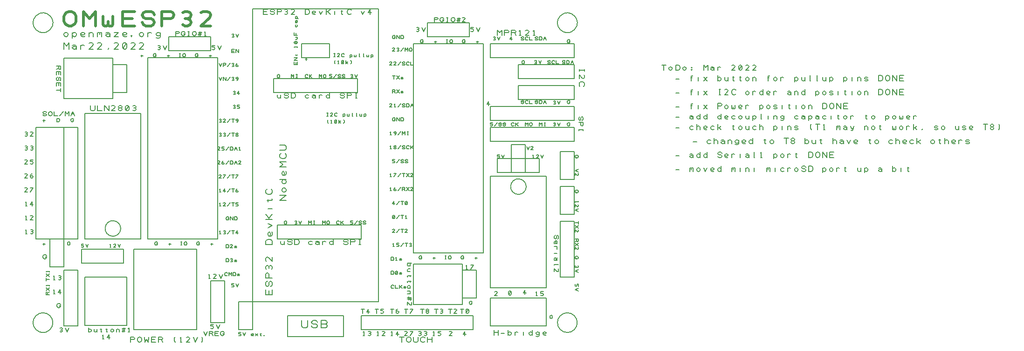
<source format=gbr>
%FSLAX35Y35*%
%MOIN*%
G04 EasyPC Gerber Version 18.0.8 Build 3632 *
%ADD11C,0.00500*%
%ADD15C,0.00600*%
%ADD91C,0.02000*%
X0Y0D02*
D02*
D11*
X10250Y20300D02*
G75*
G03X20250Y10300I5000J-5000D01*
G01*
G75*
G03X10250Y20300I-5000J5000*
G01*
Y75300D02*
X30250D01*
Y155300*
X10250*
Y75300*
Y235300D02*
G75*
G03X20250Y225300I5000J-5000D01*
G01*
G75*
G03X10250Y235300I-5000J5000*
G01*
X17000Y62300D02*
X17750D01*
Y62050*
X17500Y61550*
X17250Y61300*
X16750Y61050*
X16250*
X15750Y61300*
X15500Y61550*
X15250Y62050*
Y63050*
X15500Y63550*
X15750Y63800*
X16250Y64050*
X16750*
X17250Y63800*
X17500Y63550*
X17750Y63050*
X15250Y71613D02*
X16750D01*
X16000Y70863D02*
Y72363D01*
X15250Y160113D02*
X16750D01*
X16000Y159363D02*
Y160863D01*
X19687Y35300D02*
X17437D01*
Y36613*
X17625Y36987*
X18000Y37175*
X18375Y36987*
X18563Y36613*
Y35300*
Y36613D02*
X19687Y37175D01*
Y38300D02*
X17437Y40175D01*
Y38300D02*
X19687Y40175D01*
Y41675D02*
Y42425D01*
Y42050D02*
X17437D01*
X17813Y41675*
X19687Y46237D02*
X17437D01*
Y45300D02*
Y47175D01*
X19687Y48300D02*
X17437Y50175D01*
Y48300D02*
X19687Y50175D01*
Y51675D02*
Y52425D01*
Y52050D02*
X17437D01*
X17813Y51675*
X20250Y55300D02*
X30250D01*
Y75300*
X20250*
Y55300*
X27000Y27300D02*
X27750D01*
Y27050*
X27500Y26550*
X27250Y26300*
X26750Y26050*
X26250*
X25750Y26300*
X25500Y26550*
X25250Y27050*
Y28050*
X25500Y28550*
X25750Y28800*
X26250Y29050*
X26750*
X27250Y28800*
X27500Y28550*
X27750Y28050*
X25250Y159363D02*
Y161613D01*
X26375*
X26750Y161425*
X26937Y161237*
X27125Y160863*
Y160113*
X26937Y159737*
X26750Y159550*
X26375Y159363*
X25250*
X30250Y52800D02*
Y12800D01*
X40250*
Y52800*
X30250*
Y75300D02*
X40250D01*
Y155300*
X30250*
Y75300*
X34063Y71800D02*
X34625D01*
Y71613*
X34437Y71237*
X34250Y71050*
X33875Y70863*
X33500*
X33125Y71050*
X32937Y71237*
X32750Y71613*
Y72363*
X32937Y72737*
X33125Y72925*
X33500Y73113*
X33875*
X34250Y72925*
X34437Y72737*
X34625Y72363*
X36563Y160300D02*
X37125D01*
Y160113*
X36937Y159737*
X36750Y159550*
X36375Y159363*
X36000*
X35625Y159550*
X35437Y159737*
X35250Y160113*
Y160863*
X35437Y161237*
X35625Y161425*
X36000Y161613*
X36375*
X36750Y161425*
X36937Y161237*
X37125Y160863*
X42750Y57800D02*
X72750D01*
Y67800*
X42750*
Y57800*
Y69550D02*
X43125Y69363D01*
X43687*
X44063Y69550*
X44250Y69925*
Y70113*
X44063Y70487*
X43687Y70675*
X42750*
Y71613*
X44250*
X45750D02*
X46687Y69363D01*
X47625Y71613*
X45250Y75300D02*
X85250D01*
Y165300*
X45250*
Y75300*
X60250Y85300D02*
G75*
G03X70250Y80300I5000J-2500D01*
G01*
G75*
G03X60250Y85300I-5000J2500*
G01*
X63125Y69363D02*
X63875D01*
X63500D02*
Y71613D01*
X63125Y71237*
X67250Y69363D02*
X65750D01*
X67063Y70675*
X67250Y71050*
X67063Y71425*
X66687Y71613*
X66125*
X65750Y71425*
X68750Y71613D02*
X69687Y69363D01*
X70625Y71613*
X65250Y180300D02*
X75250D01*
Y200300*
X65250*
Y180300*
Y204800D02*
X30250D01*
Y175800*
X65250*
Y204800*
X75250Y47800D02*
X45250D01*
Y13300*
X75250*
Y47800*
X80250Y10300D02*
X125250D01*
Y67800*
X80250*
Y10300*
X85250Y206613D02*
X86750D01*
X86000Y205863D02*
Y207363D01*
X90250Y75300D02*
X140250D01*
Y205300*
X90250*
Y75300*
X95563Y206800D02*
X96125D01*
Y206613*
X95937Y206237*
X95750Y206050*
X95375Y205863*
X95000*
X94625Y206050*
X94437Y206237*
X94250Y206613*
Y207363*
X94437Y207737*
X94625Y207925*
X95000Y208113*
X95375*
X95750Y207925*
X95937Y207737*
X96125Y207363*
X96563Y71800D02*
X97125D01*
Y71613*
X96937Y71237*
X96750Y71050*
X96375Y70863*
X96000*
X95625Y71050*
X95437Y71237*
X95250Y71613*
Y72363*
X95437Y72737*
X95625Y72925*
X96000Y73113*
X96375*
X96750Y72925*
X96937Y72737*
X97125Y72363*
X104250Y206613D02*
X105750D01*
X105000Y205863D02*
Y207363D01*
X105250Y71613D02*
X106750D01*
X106000Y70863D02*
Y72363D01*
X105250Y210300D02*
X135250D01*
Y220300*
X105250*
Y210300*
X125563Y206800D02*
X126125D01*
Y206613*
X125937Y206237*
X125750Y206050*
X125375Y205863*
X125000*
X124625Y206050*
X124437Y206237*
X124250Y206613*
Y207363*
X124437Y207737*
X124625Y207925*
X125000Y208113*
X125375*
X125750Y207925*
X125937Y207737*
X126125Y207363*
X126563Y71800D02*
X127125D01*
Y71613*
X126937Y71237*
X126750Y71050*
X126375Y70863*
X126000*
X125625Y71050*
X125437Y71237*
X125250Y71613*
Y72363*
X125437Y72737*
X125625Y72925*
X126000Y73113*
X126375*
X126750Y72925*
X126937Y72737*
X127125Y72363*
X133750Y47050D02*
X134750D01*
X134250D02*
Y50050D01*
X133750Y49550*
X139250Y47050D02*
X137250D01*
X139000Y48800*
X139250Y49300*
X139000Y49800*
X138500Y50050*
X137750*
X137250Y49800*
X141250Y50050D02*
X142500Y47050D01*
X143750Y50050*
X134250Y206613D02*
X135750D01*
X135000Y205863D02*
Y207363D01*
X135250Y11300D02*
X135750Y11050D01*
X136500*
X137000Y11300*
X137250Y11800*
Y12050*
X137000Y12550*
X136500Y12800*
X135250*
Y14050*
X137250*
X139250D02*
X140500Y11050D01*
X141750Y14050*
X135250Y15300D02*
X145250D01*
Y45300*
X135250*
Y15300*
Y71613D02*
X136750D01*
X136000Y70863D02*
Y72363D01*
X141750Y128863D02*
X140250D01*
X141563Y130175*
X141750Y130550*
X141563Y130925*
X141187Y131113*
X140625*
X140250Y130925*
X143250Y129425D02*
X143437Y129800D01*
X143813Y129987*
X144187*
X144563Y129800*
X144750Y129425*
X144563Y129050*
X144187Y128863*
X143813*
X143437Y129050*
X143250Y129425*
Y129987*
X143437Y130550*
X143813Y130925*
X144187Y131113*
X146250Y128863D02*
X148125Y131113D01*
X149250Y128863D02*
Y131113D01*
X150375*
X150750Y130925*
X150937Y130737*
X151125Y130363*
Y129613*
X150937Y129237*
X150750Y129050*
X150375Y128863*
X149250*
X152250D02*
X153187Y131113D01*
X154125Y128863*
X152625Y129800D02*
X153750D01*
X156750Y128863D02*
X155250D01*
X156563Y130175*
X156750Y130550*
X156563Y130925*
X156187Y131113*
X155625*
X155250Y130925*
X141750Y138863D02*
X140250D01*
X141563Y140175*
X141750Y140550*
X141563Y140925*
X141187Y141113*
X140625*
X140250Y140925*
X143250Y139050D02*
X143625Y138863D01*
X144187*
X144563Y139050*
X144750Y139425*
Y139613*
X144563Y139987*
X144187Y140175*
X143250*
Y141113*
X144750*
X146250Y138863D02*
X148125Y141113D01*
X149250Y138863D02*
Y141113D01*
X150375*
X150750Y140925*
X150937Y140737*
X151125Y140363*
Y139613*
X150937Y139237*
X150750Y139050*
X150375Y138863*
X149250*
X152250D02*
X153187Y141113D01*
X154125Y138863*
X152625Y139800D02*
X153750D01*
X155625Y138863D02*
X156375D01*
X156000D02*
Y141113D01*
X155625Y140737*
X141625Y78863D02*
X142375D01*
X142000D02*
Y81113D01*
X141625Y80737*
X144437Y79050D02*
X144813Y78863D01*
X145187*
X145563Y79050*
X145750Y79425*
X145563Y79800*
X145187Y79987*
X144813*
X145187D02*
X145563Y80175D01*
X145750Y80550*
X145563Y80925*
X145187Y81113*
X144813*
X144437Y80925*
X147250Y78863D02*
X149125Y81113D01*
X151187Y78863D02*
Y81113D01*
X150250D02*
X152125D01*
X154187Y78863D02*
Y81113D01*
X153250Y79613*
X154750*
X141625Y98863D02*
X142375D01*
X142000D02*
Y101113D01*
X141625Y100737*
X145750Y98863D02*
X144250D01*
X145563Y100175*
X145750Y100550*
X145563Y100925*
X145187Y101113*
X144625*
X144250Y100925*
X147250Y98863D02*
X149125Y101113D01*
X151187Y98863D02*
Y101113D01*
X150250D02*
X152125D01*
X153250Y99050D02*
X153625Y98863D01*
X154187*
X154563Y99050*
X154750Y99425*
Y99613*
X154563Y99987*
X154187Y100175*
X153250*
Y101113*
X154750*
X141625Y108863D02*
X142375D01*
X142000D02*
Y111113D01*
X141625Y110737*
X145187Y108863D02*
Y111113D01*
X144250Y109613*
X145750*
X147250Y108863D02*
X149125Y111113D01*
X151187Y108863D02*
Y111113D01*
X150250D02*
X152125D01*
X153250Y109425D02*
X153437Y109800D01*
X153813Y109987*
X154187*
X154563Y109800*
X154750Y109425*
X154563Y109050*
X154187Y108863*
X153813*
X153437Y109050*
X153250Y109425*
Y109987*
X153437Y110550*
X153813Y110925*
X154187Y111113*
X142750Y118863D02*
X141250D01*
X142563Y120175*
X142750Y120550*
X142563Y120925*
X142187Y121113*
X141625*
X141250Y120925*
X144250Y118863D02*
X145750Y121113D01*
X144250*
X147250Y118863D02*
X149125Y121113D01*
X151187Y118863D02*
Y121113D01*
X150250D02*
X152125D01*
X153250Y118863D02*
X154750Y121113D01*
X153250*
X141437Y149050D02*
X141813Y148863D01*
X142187*
X142563Y149050*
X142750Y149425*
X142563Y149800*
X142187Y149987*
X141813*
X142187D02*
X142563Y150175D01*
X142750Y150550*
X142563Y150925*
X142187Y151113*
X141813*
X141437Y150925*
X144437Y149050D02*
X144813Y148863D01*
X145187*
X145563Y149050*
X145750Y149425*
X145563Y149800*
X145187Y149987*
X144813*
X145187D02*
X145563Y150175D01*
X145750Y150550*
X145563Y150925*
X145187Y151113*
X144813*
X144437Y150925*
X147250Y148863D02*
X149125Y151113D01*
X151187Y148863D02*
Y151113D01*
X150250D02*
X152125D01*
X153813Y149987D02*
X154187D01*
X154563Y150175*
X154750Y150550*
X154563Y150925*
X154187Y151113*
X153813*
X153437Y150925*
X153250Y150550*
X153437Y150175*
X153813Y149987*
X153437Y149800*
X153250Y149425*
X153437Y149050*
X153813Y148863*
X154187*
X154563Y149050*
X154750Y149425*
X154563Y149800*
X154187Y149987*
X141437Y159050D02*
X141813Y158863D01*
X142187*
X142563Y159050*
X142750Y159425*
X142563Y159800*
X142187Y159987*
X141813*
X142187D02*
X142563Y160175D01*
X142750Y160550*
X142563Y160925*
X142187Y161113*
X141813*
X141437Y160925*
X145750Y158863D02*
X144250D01*
X145563Y160175*
X145750Y160550*
X145563Y160925*
X145187Y161113*
X144625*
X144250Y160925*
X147250Y158863D02*
X149125Y161113D01*
X151187Y158863D02*
Y161113D01*
X150250D02*
X152125D01*
X153813Y158863D02*
X154187Y159050D01*
X154563Y159425*
X154750Y159987*
Y160550*
X154563Y160925*
X154187Y161113*
X153813*
X153437Y160925*
X153250Y160550*
X153437Y160175*
X153813Y159987*
X154187*
X154563Y160175*
X154750Y160550*
X141250Y191113D02*
X142187Y188863D01*
X143125Y191113*
X144250Y188863D02*
Y191113D01*
X146125Y188863*
Y191113*
X147250Y188863D02*
X149125Y191113D01*
X150437Y189050D02*
X150813Y188863D01*
X151187*
X151563Y189050*
X151750Y189425*
X151563Y189800*
X151187Y189987*
X150813*
X151187D02*
X151563Y190175D01*
X151750Y190550*
X151563Y190925*
X151187Y191113*
X150813*
X150437Y190925*
X153813Y188863D02*
X154187Y189050D01*
X154563Y189425*
X154750Y189987*
Y190550*
X154563Y190925*
X154187Y191113*
X153813*
X153437Y190925*
X153250Y190550*
X153437Y190175*
X153813Y189987*
X154187*
X154563Y190175*
X154750Y190550*
X141250Y201113D02*
X142187Y198863D01*
X143125Y201113*
X144250Y198863D02*
Y201113D01*
X145563*
X145937Y200925*
X146125Y200550*
X145937Y200175*
X145563Y199987*
X144250*
X147250Y198863D02*
X149125Y201113D01*
X150437Y199050D02*
X150813Y198863D01*
X151187*
X151563Y199050*
X151750Y199425*
X151563Y199800*
X151187Y199987*
X150813*
X151187D02*
X151563Y200175D01*
X151750Y200550*
X151563Y200925*
X151187Y201113*
X150813*
X150437Y200925*
X153250Y199425D02*
X153437Y199800D01*
X153813Y199987*
X154187*
X154563Y199800*
X154750Y199425*
X154563Y199050*
X154187Y198863*
X153813*
X153437Y199050*
X153250Y199425*
Y199987*
X153437Y200550*
X153813Y200925*
X154187Y201113*
X147125Y49237D02*
X146937Y49050D01*
X146563Y48863*
X146000*
X145625Y49050*
X145437Y49237*
X145250Y49613*
Y50363*
X145437Y50737*
X145625Y50925*
X146000Y51113*
X146563*
X146937Y50925*
X147125Y50737*
X148250Y48863D02*
Y51113D01*
X149187Y49987*
X150125Y51113*
Y48863*
X151250D02*
Y51113D01*
X152375*
X152750Y50925*
X152937Y50737*
X153125Y50363*
Y49613*
X152937Y49237*
X152750Y49050*
X152375Y48863*
X151250*
X154250Y49613D02*
X155750D01*
X154625Y48863D02*
X155375Y50363D01*
X154625D02*
X155375Y48863D01*
X146250Y58863D02*
Y61113D01*
X147375*
X147750Y60925*
X147937Y60737*
X148125Y60363*
Y59613*
X147937Y59237*
X147750Y59050*
X147375Y58863*
X146250*
X149437Y59050D02*
X149813Y58863D01*
X150187*
X150563Y59050*
X150750Y59425*
X150563Y59800*
X150187Y59987*
X149813*
X150187D02*
X150563Y60175D01*
X150750Y60550*
X150563Y60925*
X150187Y61113*
X149813*
X149437Y60925*
X152250Y59613D02*
X153750D01*
X152625Y58863D02*
X153375Y60363D01*
X152625D02*
X153375Y58863D01*
X146250Y68863D02*
Y71113D01*
X147375*
X147750Y70925*
X147937Y70737*
X148125Y70363*
Y69613*
X147937Y69237*
X147750Y69050*
X147375Y68863*
X146250*
X150750D02*
X149250D01*
X150563Y70175*
X150750Y70550*
X150563Y70925*
X150187Y71113*
X149625*
X149250Y70925*
X152250Y69613D02*
X153750D01*
X152625Y68863D02*
X153375Y70363D01*
X152625D02*
X153375Y68863D01*
X147563Y89800D02*
X148125D01*
Y89613*
X147937Y89237*
X147750Y89050*
X147375Y88863*
X147000*
X146625Y89050*
X146437Y89237*
X146250Y89613*
Y90363*
X146437Y90737*
X146625Y90925*
X147000Y91113*
X147375*
X147750Y90925*
X147937Y90737*
X148125Y90363*
X149250Y88863D02*
Y91113D01*
X151125Y88863*
Y91113*
X152250Y88863D02*
Y91113D01*
X153375*
X153750Y90925*
X153937Y90737*
X154125Y90363*
Y89613*
X153937Y89237*
X153750Y89050*
X153375Y88863*
X152250*
X150250Y41050D02*
X150625Y40863D01*
X151187*
X151563Y41050*
X151750Y41425*
Y41613*
X151563Y41987*
X151187Y42175*
X150250*
Y43113*
X151750*
X153250D02*
X154187Y40863D01*
X155125Y43113*
X150250Y208863D02*
Y211113D01*
X152125*
X151750Y209987D02*
X150250D01*
Y208863D02*
X152125D01*
X153250D02*
Y211113D01*
X155125Y208863*
Y211113*
X150437Y220050D02*
X150813Y219863D01*
X151187*
X151563Y220050*
X151750Y220425*
X151563Y220800*
X151187Y220987*
X150813*
X151187D02*
X151563Y221175D01*
X151750Y221550*
X151563Y221925*
X151187Y222113*
X150813*
X150437Y221925*
X153250Y222113D02*
X154187Y219863D01*
X155125Y222113*
X151437Y169050D02*
X151813Y168863D01*
X152187*
X152563Y169050*
X152750Y169425*
X152563Y169800*
X152187Y169987*
X151813*
X152187D02*
X152563Y170175D01*
X152750Y170550*
X152563Y170925*
X152187Y171113*
X151813*
X151437Y170925*
X154250Y169050D02*
X154625Y168863D01*
X155187*
X155563Y169050*
X155750Y169425*
Y169613*
X155563Y169987*
X155187Y170175*
X154250*
Y171113*
X155750*
X151437Y179050D02*
X151813Y178863D01*
X152187*
X152563Y179050*
X152750Y179425*
X152563Y179800*
X152187Y179987*
X151813*
X152187D02*
X152563Y180175D01*
X152750Y180550*
X152563Y180925*
X152187Y181113*
X151813*
X151437Y180925*
X155187Y178863D02*
Y181113D01*
X154250Y179613*
X155750*
X155250Y6050D02*
X155625Y5863D01*
X156187*
X156563Y6050*
X156750Y6425*
Y6613*
X156563Y6987*
X156187Y7175*
X155250*
Y8113*
X156750*
X158250D02*
X159187Y5863D01*
X160125Y8113*
X165750Y6050D02*
X165563Y5863D01*
X165187*
X164813*
X164437Y6050*
X164250Y6425*
Y6987*
X164437Y7175*
X164813Y7363*
X165187*
X165563Y7175*
X165750Y6987*
Y6800*
X165563Y6613*
X165187Y6425*
X164813*
X164437Y6613*
X164250Y6800*
X167250Y5863D02*
X168750Y7363D01*
Y5863D02*
X167250Y7363D01*
X170625D02*
X171375D01*
X171000Y7737D02*
Y6050D01*
X171187Y5863*
X171375*
X171563Y6050*
X173437Y5863D02*
X173625Y6050D01*
X173437Y6237*
X173250Y6050*
X173437Y5863*
X155250Y10300D02*
X165250D01*
Y30300*
X155250*
Y10300*
X165250Y30300D02*
X255250D01*
Y240300*
X165250*
Y30300*
X180250Y180300D02*
X240250D01*
Y190300*
X180250*
Y180300*
X182750Y75300D02*
X242750D01*
Y85300*
X182750*
Y75300*
X184063Y191800D02*
X184625D01*
Y191613*
X184437Y191237*
X184250Y191050*
X183875Y190863*
X183500*
X183125Y191050*
X182937Y191237*
X182750Y191613*
Y192363*
X182937Y192737*
X183125Y192925*
X183500Y193113*
X183875*
X184250Y192925*
X184437Y192737*
X184625Y192363*
X189063Y86800D02*
X189625D01*
Y86613*
X189437Y86237*
X189250Y86050*
X188875Y85863*
X188500*
X188125Y86050*
X187937Y86237*
X187750Y86613*
Y87363*
X187937Y87737*
X188125Y87925*
X188500Y88113*
X188875*
X189250Y87925*
X189437Y87737*
X189625Y87363*
X190250Y5300D02*
X230250D01*
Y20300*
X190250*
Y5300*
X192750Y190863D02*
Y193113D01*
X193687Y191987*
X194625Y193113*
Y190863*
X196313D02*
X197063D01*
X196687D02*
Y193113D01*
X196313D02*
X197063D01*
X195437Y86050D02*
X195813Y85863D01*
X196187*
X196563Y86050*
X196750Y86425*
X196563Y86800*
X196187Y86987*
X195813*
X196187D02*
X196563Y87175D01*
X196750Y87550*
X196563Y87925*
X196187Y88113*
X195813*
X195437Y87925*
X198250Y88113D02*
X199187Y85863D01*
X200125Y88113*
X197187Y200300D02*
X194937D01*
Y202175*
X196063Y201800D02*
Y200300D01*
X197187D02*
Y202175D01*
Y203300D02*
X194937D01*
X197187Y205175*
X194937*
X197187Y207237D02*
X197000Y207425D01*
X196813Y207237*
X197000Y207050*
X197187Y207237*
X196250D02*
X196063Y207425D01*
X195875Y207237*
X196063Y207050*
X196250Y207237*
X197187Y212675D02*
Y213425D01*
Y213050D02*
X194937D01*
X195313Y212675*
X197000Y215487D02*
X197187Y215863D01*
Y216237*
X197000Y216613*
X196625Y216800*
X195500*
X195125Y216613*
X194937Y216237*
Y215863*
X195125Y215487*
X195500Y215300*
X196625*
X197000Y215487*
X195125Y216613*
X195687Y218300D02*
X196625D01*
X197000Y218487*
X197187Y218863*
Y219237*
X197000Y219613*
X196625Y219800*
X195687D02*
X197187D01*
Y221300D02*
X194937D01*
Y223175*
X196063Y222800D02*
Y221300D01*
X195875Y228800D02*
X195687Y228425D01*
Y227863*
X195875Y227487*
X196250Y227300*
X196625*
X197000Y227487*
X197187Y227863*
Y228425*
X197000Y228800*
X195875Y230300D02*
X195687Y230675D01*
Y231237*
X195875Y231613*
X196250Y231800*
X196813*
X197000Y231613*
X197187Y231237*
Y230863*
X197000Y230487*
X196813Y230300*
X196625*
X196437Y230487*
X196250Y230863*
Y231237*
X196437Y231613*
X196625Y231800*
X196813D02*
X197187D01*
X195687Y233300D02*
X197750D01*
X196625D02*
X197000Y233487D01*
X197187Y233863*
Y234237*
X197000Y234613*
X196625Y234800*
X196250*
X195875Y234613*
X195687Y234237*
Y233863*
X195875Y233487*
X196250Y233300*
X196625*
X200250Y205300D02*
X220250D01*
Y215300*
X200250*
Y205300*
X204625Y191237D02*
X204437Y191050D01*
X204063Y190863*
X203500*
X203125Y191050*
X202937Y191237*
X202750Y191613*
Y192363*
X202937Y192737*
X203125Y192925*
X203500Y193113*
X204063*
X204437Y192925*
X204625Y192737*
X205750Y190863D02*
Y193113D01*
Y191987D02*
X206313D01*
X207625Y193113*
X206313Y191987D02*
X207625Y190863D01*
X202750Y204113D02*
X204250D01*
X203500Y203363D02*
Y204863D01*
X205250Y85863D02*
Y88113D01*
X206187Y86987*
X207125Y88113*
Y85863*
X208813D02*
X209563D01*
X209187D02*
Y88113D01*
X208813D02*
X209563D01*
X212750Y190863D02*
Y193113D01*
X213687Y191987*
X214625Y193113*
Y190863*
X215750Y191613D02*
Y192363D01*
X215937Y192737*
X216125Y192925*
X216500Y193113*
X216875*
X217250Y192925*
X217437Y192737*
X217625Y192363*
Y191613*
X217437Y191237*
X217250Y191050*
X216875Y190863*
X216500*
X216125Y191050*
X215937Y191237*
X215750Y191613*
X215250Y85863D02*
Y88113D01*
X216187Y86987*
X217125Y88113*
Y85863*
X218250Y86613D02*
Y87363D01*
X218437Y87737*
X218625Y87925*
X219000Y88113*
X219375*
X219750Y87925*
X219937Y87737*
X220125Y87363*
Y86613*
X219937Y86237*
X219750Y86050*
X219375Y85863*
X219000*
X218625Y86050*
X218437Y86237*
X218250Y86613*
X219063Y158363D02*
X218687Y158925D01*
Y160237*
X219063Y160613*
X221125Y158363D02*
X221875D01*
X221500D02*
Y160613D01*
X221125Y160237*
X223937Y158550D02*
X224313Y158363D01*
X224687*
X225063Y158550*
X225250Y158925*
Y160050*
X225063Y160425*
X224687Y160613*
X224313*
X223937Y160425*
X223750Y160050*
Y158925*
X223937Y158550*
X225063Y160425*
X226750Y158363D02*
Y160613D01*
Y159113D02*
X227313D01*
X228250Y159863*
X227313Y159113D02*
X228250Y158363D01*
X230313D02*
X230687Y158925D01*
Y160237*
X230313Y160613*
X218313Y163363D02*
X219063D01*
X218687D02*
Y165613D01*
X218313D02*
X219063D01*
X222250Y163363D02*
X220750D01*
X222063Y164675*
X222250Y165050*
X222063Y165425*
X221687Y165613*
X221125*
X220750Y165425*
X225625Y163737D02*
X225437Y163550D01*
X225063Y163363*
X224500*
X224125Y163550*
X223937Y163737*
X223750Y164113*
Y164863*
X223937Y165237*
X224125Y165425*
X224500Y165613*
X225063*
X225437Y165425*
X225625Y165237*
X229750Y164863D02*
Y162800D01*
Y163925D02*
X229937Y163550D01*
X230313Y163363*
X230687*
X231063Y163550*
X231250Y163925*
Y164300*
X231063Y164675*
X230687Y164863*
X230313*
X229937Y164675*
X229750Y164300*
Y163925*
X232750Y164863D02*
Y163925D01*
X232937Y163550*
X233313Y163363*
X233687*
X234063Y163550*
X234250Y163925*
Y164863D02*
Y163363D01*
X236687D02*
X236500D01*
Y165613*
X239687Y163363D02*
X239500D01*
Y165613*
X241750Y164863D02*
Y163925D01*
X241937Y163550*
X242313Y163363*
X242687*
X243063Y163550*
X243250Y163925*
Y164863D02*
Y163363D01*
X244750Y164863D02*
Y162800D01*
Y163925D02*
X244937Y163550D01*
X245313Y163363*
X245687*
X246063Y163550*
X246250Y163925*
Y164300*
X246063Y164675*
X245687Y164863*
X245313*
X244937Y164675*
X244750Y164300*
Y163925*
X220250Y191050D02*
X220625Y190863D01*
X221187*
X221563Y191050*
X221750Y191425*
Y191613*
X221563Y191987*
X221187Y192175*
X220250*
Y193113*
X221750*
X223250Y190863D02*
X225125Y193113D01*
X226250Y191425D02*
X226437Y191050D01*
X226813Y190863*
X227563*
X227937Y191050*
X228125Y191425*
X227937Y191800*
X227563Y191987*
X226813*
X226437Y192175*
X226250Y192550*
X226437Y192925*
X226813Y193113*
X227563*
X227937Y192925*
X228125Y192550*
X229250Y191425D02*
X229437Y191050D01*
X229813Y190863*
X230563*
X230937Y191050*
X231125Y191425*
X230937Y191800*
X230563Y191987*
X229813*
X229437Y192175*
X229250Y192550*
X229437Y192925*
X229813Y193113*
X230563*
X230937Y192925*
X231125Y192550*
X224063Y200863D02*
X223687Y201425D01*
Y202737*
X224063Y203113*
X226125Y200863D02*
X226875D01*
X226500D02*
Y203113D01*
X226125Y202737*
X228937Y201050D02*
X229313Y200863D01*
X229687*
X230063Y201050*
X230250Y201425*
Y202550*
X230063Y202925*
X229687Y203113*
X229313*
X228937Y202925*
X228750Y202550*
Y201425*
X228937Y201050*
X230063Y202925*
X231750Y200863D02*
Y203113D01*
Y201613D02*
X232313D01*
X233250Y202363*
X232313Y201613D02*
X233250Y200863D01*
X235313D02*
X235687Y201425D01*
Y202737*
X235313Y203113*
X223313Y205863D02*
X224063D01*
X223687D02*
Y208113D01*
X223313D02*
X224063D01*
X227250Y205863D02*
X225750D01*
X227063Y207175*
X227250Y207550*
X227063Y207925*
X226687Y208113*
X226125*
X225750Y207925*
X230625Y206237D02*
X230437Y206050D01*
X230063Y205863*
X229500*
X229125Y206050*
X228937Y206237*
X228750Y206613*
Y207363*
X228937Y207737*
X229125Y207925*
X229500Y208113*
X230063*
X230437Y207925*
X230625Y207737*
X234750Y207363D02*
Y205300D01*
Y206425D02*
X234937Y206050D01*
X235313Y205863*
X235687*
X236063Y206050*
X236250Y206425*
Y206800*
X236063Y207175*
X235687Y207363*
X235313*
X234937Y207175*
X234750Y206800*
Y206425*
X237750Y207363D02*
Y206425D01*
X237937Y206050*
X238313Y205863*
X238687*
X239063Y206050*
X239250Y206425*
Y207363D02*
Y205863D01*
X241687D02*
X241500D01*
Y208113*
X244687Y205863D02*
X244500D01*
Y208113*
X246750Y207363D02*
Y206425D01*
X246937Y206050*
X247313Y205863*
X247687*
X248063Y206050*
X248250Y206425*
Y207363D02*
Y205863D01*
X249750Y207363D02*
Y205300D01*
Y206425D02*
X249937Y206050D01*
X250313Y205863*
X250687*
X251063Y206050*
X251250Y206425*
Y206800*
X251063Y207175*
X250687Y207363*
X250313*
X249937Y207175*
X249750Y206800*
Y206425*
X227125Y86237D02*
X226937Y86050D01*
X226563Y85863*
X226000*
X225625Y86050*
X225437Y86237*
X225250Y86613*
Y87363*
X225437Y87737*
X225625Y87925*
X226000Y88113*
X226563*
X226937Y87925*
X227125Y87737*
X228250Y85863D02*
Y88113D01*
Y86987D02*
X228813D01*
X230125Y88113*
X228813Y86987D02*
X230125Y85863D01*
X235250Y86050D02*
X235625Y85863D01*
X236187*
X236563Y86050*
X236750Y86425*
Y86613*
X236563Y86987*
X236187Y87175*
X235250*
Y88113*
X236750*
X238250Y85863D02*
X240125Y88113D01*
X241250Y86425D02*
X241437Y86050D01*
X241813Y85863*
X242563*
X242937Y86050*
X243125Y86425*
X242937Y86800*
X242563Y86987*
X241813*
X241437Y87175*
X241250Y87550*
X241437Y87925*
X241813Y88113*
X242563*
X242937Y87925*
X243125Y87550*
X244250Y86425D02*
X244437Y86050D01*
X244813Y85863*
X245563*
X245937Y86050*
X246125Y86425*
X245937Y86800*
X245563Y86987*
X244813*
X244437Y87175*
X244250Y87550*
X244437Y87925*
X244813Y88113*
X245563*
X245937Y87925*
X246125Y87550*
X235437Y191050D02*
X235813Y190863D01*
X236187*
X236563Y191050*
X236750Y191425*
X236563Y191800*
X236187Y191987*
X235813*
X236187D02*
X236563Y192175D01*
X236750Y192550*
X236563Y192925*
X236187Y193113*
X235813*
X235437Y192925*
X238250Y193113D02*
X239187Y190863D01*
X240125Y193113*
X242750Y10300D02*
X322750D01*
Y20300*
X242750*
Y10300*
X244000Y22050D02*
Y25050D01*
X242750D02*
X245250D01*
X248000Y22050D02*
Y25050D01*
X246750Y23050*
X248750*
X244250Y6050D02*
X245250D01*
X244750D02*
Y9050D01*
X244250Y8550*
X248000Y6300D02*
X248500Y6050D01*
X249000*
X249500Y6300*
X249750Y6800*
X249500Y7300*
X249000Y7550*
X248500*
X249000D02*
X249500Y7800D01*
X249750Y8300*
X249500Y8800*
X249000Y9050*
X248500*
X248000Y8800*
X254000Y22050D02*
Y25050D01*
X252750D02*
X255250D01*
X256750Y22300D02*
X257250Y22050D01*
X258000*
X258500Y22300*
X258750Y22800*
Y23050*
X258500Y23550*
X258000Y23800*
X256750*
Y25050*
X258750*
X254250Y6050D02*
X255250D01*
X254750D02*
Y9050D01*
X254250Y8550*
X259750Y6050D02*
X257750D01*
X259500Y7800*
X259750Y8300*
X259500Y8800*
X259000Y9050*
X258250*
X257750Y8800*
X263625Y109863D02*
X264375D01*
X264000D02*
Y112113D01*
X263625Y111737*
X266250Y110425D02*
X266437Y110800D01*
X266813Y110987*
X267187*
X267563Y110800*
X267750Y110425*
X267563Y110050*
X267187Y109863*
X266813*
X266437Y110050*
X266250Y110425*
Y110987*
X266437Y111550*
X266813Y111925*
X267187Y112113*
X269250Y109863D02*
X271125Y112113D01*
X272250Y109863D02*
Y112113D01*
X273563*
X273937Y111925*
X274125Y111550*
X273937Y111175*
X273563Y110987*
X272250*
X273563D02*
X274125Y109863D01*
X275250D02*
X277125Y112113D01*
X275250D02*
X277125Y109863D01*
X279750D02*
X278250D01*
X279563Y111175*
X279750Y111550*
X279563Y111925*
X279187Y112113*
X278625*
X278250Y111925*
X263625Y119863D02*
X264375D01*
X264000D02*
Y122113D01*
X263625Y121737*
X266250Y119863D02*
X267750Y122113D01*
X266250*
X269250Y119863D02*
X271125Y122113D01*
X273187Y119863D02*
Y122113D01*
X272250D02*
X274125D01*
X275250Y119863D02*
X277125Y122113D01*
X275250D02*
X277125Y119863D01*
X279750D02*
X278250D01*
X279563Y121175*
X279750Y121550*
X279563Y121925*
X279187Y122113*
X278625*
X278250Y121925*
X263625Y139863D02*
X264375D01*
X264000D02*
Y142113D01*
X263625Y141737*
X266813Y140987D02*
X267187D01*
X267563Y141175*
X267750Y141550*
X267563Y141925*
X267187Y142113*
X266813*
X266437Y141925*
X266250Y141550*
X266437Y141175*
X266813Y140987*
X266437Y140800*
X266250Y140425*
X266437Y140050*
X266813Y139863*
X267187*
X267563Y140050*
X267750Y140425*
X267563Y140800*
X267187Y140987*
X269250Y139863D02*
X271125Y142113D01*
X272250Y140425D02*
X272437Y140050D01*
X272813Y139863*
X273563*
X273937Y140050*
X274125Y140425*
X273937Y140800*
X273563Y140987*
X272813*
X272437Y141175*
X272250Y141550*
X272437Y141925*
X272813Y142113*
X273563*
X273937Y141925*
X274125Y141550*
X277125Y140237D02*
X276937Y140050D01*
X276563Y139863*
X276000*
X275625Y140050*
X275437Y140237*
X275250Y140613*
Y141363*
X275437Y141737*
X275625Y141925*
X276000Y142113*
X276563*
X276937Y141925*
X277125Y141737*
X278250Y139863D02*
Y142113D01*
Y140987D02*
X278813D01*
X280125Y142113*
X278813Y140987D02*
X280125Y139863D01*
X263625Y149863D02*
X264375D01*
X264000D02*
Y152113D01*
X263625Y151737*
X266813Y149863D02*
X267187Y150050D01*
X267563Y150425*
X267750Y150987*
Y151550*
X267563Y151925*
X267187Y152113*
X266813*
X266437Y151925*
X266250Y151550*
X266437Y151175*
X266813Y150987*
X267187*
X267563Y151175*
X267750Y151550*
X269250Y149863D02*
X271125Y152113D01*
X272250Y149863D02*
Y152113D01*
X273187Y150987*
X274125Y152113*
Y149863*
X275813D02*
X276563D01*
X276187D02*
Y152113D01*
X275813D02*
X276563D01*
X264750Y169863D02*
X263250D01*
X264563Y171175*
X264750Y171550*
X264563Y171925*
X264187Y172113*
X263625*
X263250Y171925*
X266625Y169863D02*
X267375D01*
X267000D02*
Y172113D01*
X266625Y171737*
X269250Y169863D02*
X271125Y172113D01*
X272250Y170425D02*
X272437Y170050D01*
X272813Y169863*
X273563*
X273937Y170050*
X274125Y170425*
X273937Y170800*
X273563Y170987*
X272813*
X272437Y171175*
X272250Y171550*
X272437Y171925*
X272813Y172113*
X273563*
X273937Y171925*
X274125Y171550*
X275250Y169863D02*
Y172113D01*
X276375*
X276750Y171925*
X276937Y171737*
X277125Y171363*
Y170613*
X276937Y170237*
X276750Y170050*
X276375Y169863*
X275250*
X278250D02*
X279187Y172113D01*
X280125Y169863*
X278625Y170800D02*
X279750D01*
X264750Y199863D02*
X263250D01*
X264563Y201175*
X264750Y201550*
X264563Y201925*
X264187Y202113*
X263625*
X263250Y201925*
X267750Y199863D02*
X266250D01*
X267563Y201175*
X267750Y201550*
X267563Y201925*
X267187Y202113*
X266625*
X266250Y201925*
X269250Y199863D02*
X271125Y202113D01*
X272250Y200425D02*
X272437Y200050D01*
X272813Y199863*
X273563*
X273937Y200050*
X274125Y200425*
X273937Y200800*
X273563Y200987*
X272813*
X272437Y201175*
X272250Y201550*
X272437Y201925*
X272813Y202113*
X273563*
X273937Y201925*
X274125Y201550*
X277125Y200237D02*
X276937Y200050D01*
X276563Y199863*
X276000*
X275625Y200050*
X275437Y200237*
X275250Y200613*
Y201363*
X275437Y201737*
X275625Y201925*
X276000Y202113*
X276563*
X276937Y201925*
X277125Y201737*
X278250Y202113D02*
Y199863D01*
X280125*
X265000Y22050D02*
Y25050D01*
X263750D02*
X266250D01*
X267750Y22800D02*
X268000Y23300D01*
X268500Y23550*
X269000*
X269500Y23300*
X269750Y22800*
X269500Y22300*
X269000Y22050*
X268500*
X268000Y22300*
X267750Y22800*
Y23550*
X268000Y24300*
X268500Y24800*
X269000Y25050*
X266125Y40237D02*
X265937Y40050D01*
X265563Y39863*
X265000*
X264625Y40050*
X264437Y40237*
X264250Y40613*
Y41363*
X264437Y41737*
X264625Y41925*
X265000Y42113*
X265563*
X265937Y41925*
X266125Y41737*
X267250Y42113D02*
Y39863D01*
X269125*
X270250D02*
Y42113D01*
Y40987D02*
X270813D01*
X272125Y42113*
X270813Y40987D02*
X272125Y39863D01*
X273250Y40613D02*
X274750D01*
X273625Y39863D02*
X274375Y41363D01*
X273625D02*
X274375Y39863D01*
X264250Y49863D02*
Y52113D01*
X265375*
X265750Y51925*
X265937Y51737*
X266125Y51363*
Y50613*
X265937Y50237*
X265750Y50050*
X265375Y49863*
X264250*
X267437Y50050D02*
X267813Y49863D01*
X268187*
X268563Y50050*
X268750Y50425*
Y51550*
X268563Y51925*
X268187Y52113*
X267813*
X267437Y51925*
X267250Y51550*
Y50425*
X267437Y50050*
X268563Y51925*
X270250Y50613D02*
X271750D01*
X270625Y49863D02*
X271375Y51363D01*
X270625D02*
X271375Y49863D01*
X264250Y59863D02*
Y62113D01*
X265375*
X265750Y61925*
X265937Y61737*
X266125Y61363*
Y60613*
X265937Y60237*
X265750Y60050*
X265375Y59863*
X264250*
X267625D02*
X268375D01*
X268000D02*
Y62113D01*
X267625Y61737*
X270250Y60613D02*
X271750D01*
X270625Y59863D02*
X271375Y61363D01*
X270625D02*
X271375Y59863D01*
X265625Y69863D02*
X266375D01*
X266000D02*
Y72113D01*
X265625Y71737*
X268250Y70050D02*
X268625Y69863D01*
X269187*
X269563Y70050*
X269750Y70425*
Y70613*
X269563Y70987*
X269187Y71175*
X268250*
Y72113*
X269750*
X271250Y69863D02*
X273125Y72113D01*
X275187Y69863D02*
Y72113D01*
X274250D02*
X276125D01*
X277437Y70050D02*
X277813Y69863D01*
X278187*
X278563Y70050*
X278750Y70425*
X278563Y70800*
X278187Y70987*
X277813*
X278187D02*
X278563Y71175D01*
X278750Y71550*
X278563Y71925*
X278187Y72113*
X277813*
X277437Y71925*
X266750Y79863D02*
X265250D01*
X266563Y81175*
X266750Y81550*
X266563Y81925*
X266187Y82113*
X265625*
X265250Y81925*
X268250Y79863D02*
X270125Y82113D01*
X272187Y79863D02*
Y82113D01*
X271250D02*
X273125D01*
X275750Y79863D02*
X274250D01*
X275563Y81175*
X275750Y81550*
X275563Y81925*
X275187Y82113*
X274625*
X274250Y81925*
X265437Y90050D02*
X265813Y89863D01*
X266187*
X266563Y90050*
X266750Y90425*
Y91550*
X266563Y91925*
X266187Y92113*
X265813*
X265437Y91925*
X265250Y91550*
Y90425*
X265437Y90050*
X266563Y91925*
X268250Y89863D02*
X270125Y92113D01*
X272187Y89863D02*
Y92113D01*
X271250D02*
X273125D01*
X274625Y89863D02*
X275375D01*
X275000D02*
Y92113D01*
X274625Y91737*
X266187Y99863D02*
Y102113D01*
X265250Y100613*
X266750*
X268250Y99863D02*
X270125Y102113D01*
X272187Y99863D02*
Y102113D01*
X271250D02*
X273125D01*
X274437Y100050D02*
X274813Y99863D01*
X275187*
X275563Y100050*
X275750Y100425*
Y101550*
X275563Y101925*
X275187Y102113*
X274813*
X274437Y101925*
X274250Y101550*
Y100425*
X274437Y100050*
X275563Y101925*
X265250Y130050D02*
X265625Y129863D01*
X266187*
X266563Y130050*
X266750Y130425*
Y130613*
X266563Y130987*
X266187Y131175*
X265250*
Y132113*
X266750*
X268250Y129863D02*
X270125Y132113D01*
X271250Y130425D02*
X271437Y130050D01*
X271813Y129863*
X272563*
X272937Y130050*
X273125Y130425*
X272937Y130800*
X272563Y130987*
X271813*
X271437Y131175*
X271250Y131550*
X271437Y131925*
X271813Y132113*
X272563*
X272937Y131925*
X273125Y131550*
X274250Y130425D02*
X274437Y130050D01*
X274813Y129863*
X275563*
X275937Y130050*
X276125Y130425*
X275937Y130800*
X275563Y130987*
X274813*
X274437Y131175*
X274250Y131550*
X274437Y131925*
X274813Y132113*
X275563*
X275937Y131925*
X276125Y131550*
X266563Y160800D02*
X267125D01*
Y160613*
X266937Y160237*
X266750Y160050*
X266375Y159863*
X266000*
X265625Y160050*
X265437Y160237*
X265250Y160613*
Y161363*
X265437Y161737*
X265625Y161925*
X266000Y162113*
X266375*
X266750Y161925*
X266937Y161737*
X267125Y161363*
X268250Y159863D02*
Y162113D01*
X270125Y159863*
Y162113*
X271250Y159863D02*
Y162113D01*
X272375*
X272750Y161925*
X272937Y161737*
X273125Y161363*
Y160613*
X272937Y160237*
X272750Y160050*
X272375Y159863*
X271250*
X265250Y179863D02*
Y182113D01*
X266563*
X266937Y181925*
X267125Y181550*
X266937Y181175*
X266563Y180987*
X265250*
X266563D02*
X267125Y179863D01*
X268250D02*
X270125Y182113D01*
X268250D02*
X270125Y179863D01*
X271250Y180613D02*
X272750D01*
X271625Y179863D02*
X272375Y181363D01*
X271625D02*
X272375Y179863D01*
X266187Y189863D02*
Y192113D01*
X265250D02*
X267125D01*
X268250Y189863D02*
X270125Y192113D01*
X268250D02*
X270125Y189863D01*
X271250Y190613D02*
X272750D01*
X271625Y189863D02*
X272375Y191363D01*
X271625D02*
X272375Y189863D01*
X266750Y209863D02*
X265250D01*
X266563Y211175*
X266750Y211550*
X266563Y211925*
X266187Y212113*
X265625*
X265250Y211925*
X268437Y210050D02*
X268813Y209863D01*
X269187*
X269563Y210050*
X269750Y210425*
X269563Y210800*
X269187Y210987*
X268813*
X269187D02*
X269563Y211175D01*
X269750Y211550*
X269563Y211925*
X269187Y212113*
X268813*
X268437Y211925*
X271250Y209863D02*
X273125Y212113D01*
X274250Y209863D02*
Y212113D01*
X275187Y210987*
X276125Y212113*
Y209863*
X277250Y210613D02*
Y211363D01*
X277437Y211737*
X277625Y211925*
X278000Y212113*
X278375*
X278750Y211925*
X278937Y211737*
X279125Y211363*
Y210613*
X278937Y210237*
X278750Y210050*
X278375Y209863*
X278000*
X277625Y210050*
X277437Y210237*
X277250Y210613*
X266563Y219800D02*
X267125D01*
Y219613*
X266937Y219237*
X266750Y219050*
X266375Y218863*
X266000*
X265625Y219050*
X265437Y219237*
X265250Y219613*
Y220363*
X265437Y220737*
X265625Y220925*
X266000Y221113*
X266375*
X266750Y220925*
X266937Y220737*
X267125Y220363*
X268250Y218863D02*
Y221113D01*
X270125Y218863*
Y221113*
X271250Y218863D02*
Y221113D01*
X272375*
X272750Y220925*
X272937Y220737*
X273125Y220363*
Y219613*
X272937Y219237*
X272750Y219050*
X272375Y218863*
X271250*
X264250Y6050D02*
X265250D01*
X264750D02*
Y9050D01*
X264250Y8550*
X269000Y6050D02*
Y9050D01*
X267750Y7050*
X269750*
X275000Y22050D02*
Y25050D01*
X273750D02*
X276250D01*
X277750Y22050D02*
X279750Y25050D01*
X277750*
X275750Y6050D02*
X273750D01*
X275500Y7800*
X275750Y8300*
X275500Y8800*
X275000Y9050*
X274250*
X273750Y8800*
X277750Y6050D02*
X279750Y9050D01*
X277750*
X280250Y65300D02*
X330250D01*
Y215300*
X280250*
Y65300*
X285563Y61800D02*
X286125D01*
Y61613*
X285937Y61237*
X285750Y61050*
X285375Y60863*
X285000*
X284625Y61050*
X284437Y61237*
X284250Y61613*
Y62363*
X284437Y62737*
X284625Y62925*
X285000Y63113*
X285375*
X285750Y62925*
X285937Y62737*
X286125Y62363*
X286500Y22050D02*
Y25050D01*
X285250D02*
X287750D01*
X290000Y23550D02*
X290500D01*
X291000Y23800*
X291250Y24300*
X291000Y24800*
X290500Y25050*
X290000*
X289500Y24800*
X289250Y24300*
X289500Y23800*
X290000Y23550*
X289500Y23300*
X289250Y22800*
X289500Y22300*
X290000Y22050*
X290500*
X291000Y22300*
X291250Y22800*
X291000Y23300*
X290500Y23550*
X286563Y216800D02*
X287125D01*
Y216613*
X286937Y216237*
X286750Y216050*
X286375Y215863*
X286000*
X285625Y216050*
X285437Y216237*
X285250Y216613*
Y217363*
X285437Y217737*
X285625Y217925*
X286000Y218113*
X286375*
X286750Y217925*
X286937Y217737*
X287125Y217363*
X284000Y6300D02*
X284500Y6050D01*
X285000*
X285500Y6300*
X285750Y6800*
X285500Y7300*
X285000Y7550*
X284500*
X285000D02*
X285500Y7800D01*
X285750Y8300*
X285500Y8800*
X285000Y9050*
X284500*
X284000Y8800*
X288000Y6300D02*
X288500Y6050D01*
X289000*
X289500Y6300*
X289750Y6800*
X289500Y7300*
X289000Y7550*
X288500*
X289000D02*
X289500Y7800D01*
X289750Y8300*
X289500Y8800*
X289000Y9050*
X288500*
X288000Y8800*
X290250Y220300D02*
X320250D01*
Y230300*
X290250*
Y220300*
X294250Y61613D02*
X295750D01*
X295000Y60863D02*
Y62363D01*
X296500Y22050D02*
Y25050D01*
X295250D02*
X297750D01*
X299500Y22300D02*
X300000Y22050D01*
X300500*
X301000Y22300*
X301250Y22800*
X301000Y23300*
X300500Y23550*
X300000*
X300500D02*
X301000Y23800D01*
X301250Y24300*
X301000Y24800*
X300500Y25050*
X300000*
X299500Y24800*
X295250Y216613D02*
X296750D01*
X296000Y215863D02*
Y217363D01*
X294250Y6050D02*
X295250D01*
X294750D02*
Y9050D01*
X294250Y8550*
X297750Y6300D02*
X298250Y6050D01*
X299000*
X299500Y6300*
X299750Y6800*
Y7050*
X299500Y7550*
X299000Y7800*
X297750*
Y9050*
X299750*
X306500Y22050D02*
Y25050D01*
X305250D02*
X307750D01*
X311250Y22050D02*
X309250D01*
X311000Y23800*
X311250Y24300*
X311000Y24800*
X310500Y25050*
X309750*
X309250Y24800*
X307750Y6050D02*
X305750D01*
X307500Y7800*
X307750Y8300*
X307500Y8800*
X307000Y9050*
X306250*
X305750Y8800*
X315000Y22050D02*
Y25050D01*
X313750D02*
X316250D01*
X318000Y22300D02*
X318500Y22050D01*
X319000*
X319500Y22300*
X319750Y22800*
Y24300*
X319500Y24800*
X319000Y25050*
X318500*
X318000Y24800*
X317750Y24300*
Y22800*
X318000Y22300*
X319500Y24800*
X315563Y61800D02*
X316125D01*
Y61613*
X315937Y61237*
X315750Y61050*
X315375Y60863*
X315000*
X314625Y61050*
X314437Y61237*
X314250Y61613*
Y62363*
X314437Y62737*
X314625Y62925*
X315000Y63113*
X315375*
X315750Y62925*
X315937Y62737*
X316125Y62363*
X315250Y32800D02*
X325250D01*
Y52800*
X315250*
Y32800*
Y57300D02*
X280250D01*
Y28300*
X315250*
Y57300*
X316563Y216800D02*
X317125D01*
Y216613*
X316937Y216237*
X316750Y216050*
X316375Y215863*
X316000*
X315625Y216050*
X315437Y216237*
X315250Y216613*
Y217363*
X315437Y217737*
X315625Y217925*
X316000Y218113*
X316375*
X316750Y217925*
X316937Y217737*
X317125Y217363*
X317000Y6050D02*
Y9050D01*
X315750Y7050*
X317750*
X321563Y29300D02*
X322125D01*
Y29113*
X321937Y28737*
X321750Y28550*
X321375Y28363*
X321000*
X320625Y28550*
X320437Y28737*
X320250Y29113*
Y29863*
X320437Y30237*
X320625Y30425*
X321000Y30613*
X321375*
X321750Y30425*
X321937Y30237*
X322125Y29863*
X324250Y61613D02*
X325750D01*
X325000Y60863D02*
Y62363D01*
X325250Y216613D02*
X326750D01*
X326000Y215863D02*
Y217363D01*
X334000Y171050D02*
Y174050D01*
X332750Y172050*
X334750*
X335250Y12800D02*
X375250D01*
Y32800*
X335250*
Y12800*
Y40300D02*
X375250D01*
Y120300*
X335250*
Y40300*
Y145300D02*
X395250D01*
Y155300*
X335250*
Y145300*
Y156550D02*
X335625Y156363D01*
X336187*
X336563Y156550*
X336750Y156925*
Y157113*
X336563Y157487*
X336187Y157675*
X335250*
Y158613*
X336750*
X338250Y156363D02*
X340125Y158613D01*
X341250Y156925D02*
X341437Y156550D01*
X341813Y156363*
X342563*
X342937Y156550*
X343125Y156925*
X342937Y157300*
X342563Y157487*
X341813*
X341437Y157675*
X341250Y158050*
X341437Y158425*
X341813Y158613*
X342563*
X342937Y158425*
X343125Y158050*
X344250Y156925D02*
X344437Y156550D01*
X344813Y156363*
X345563*
X345937Y156550*
X346125Y156925*
X345937Y157300*
X345563Y157487*
X344813*
X344437Y157675*
X344250Y158050*
X344437Y158425*
X344813Y158613*
X345563*
X345937Y158425*
X346125Y158050*
X335250Y160300D02*
X395250D01*
Y170300*
X335250*
Y160300*
Y205300D02*
X395250D01*
Y215300*
X335250*
Y205300*
X337437Y218050D02*
X337813Y217863D01*
X338187*
X338563Y218050*
X338750Y218425*
X338563Y218800*
X338187Y218987*
X337813*
X338187D02*
X338563Y219175D01*
X338750Y219550*
X338563Y219925*
X338187Y220113*
X337813*
X337437Y219925*
X340250Y220113D02*
X341187Y217863D01*
X342125Y220113*
X340250Y34550D02*
X338250D01*
X340000Y36300*
X340250Y36800*
X340000Y37300*
X339500Y37550*
X338750*
X338250Y37300*
X340250Y122800D02*
X370250D01*
Y132800*
X340250*
Y122800*
Y133550D02*
X340625Y133363D01*
X341187*
X341563Y133550*
X341750Y133925*
Y134113*
X341563Y134487*
X341187Y134675*
X340250*
Y135613*
X341750*
X343250D02*
X344187Y133363D01*
X345125Y135613*
X348500Y35300D02*
X349000Y35050D01*
X349500*
X350000Y35300*
X350250Y35800*
Y37300*
X350000Y37800*
X349500Y38050*
X349000*
X348500Y37800*
X348250Y37300*
Y35800*
X348500Y35300*
X350000Y37800*
X350187Y217863D02*
Y220113D01*
X349250Y218613*
X350750*
X350250Y115300D02*
G75*
G03X360250Y110300I5000J-2500D01*
G01*
G75*
G03X350250Y115300I-5000J2500*
G01*
Y122800D02*
X360250D01*
Y142800*
X350250*
Y122800*
X352125Y156737D02*
X351937Y156550D01*
X351563Y156363*
X351000*
X350625Y156550*
X350437Y156737*
X350250Y157113*
Y157863*
X350437Y158237*
X350625Y158425*
X351000Y158613*
X351563*
X351937Y158425*
X352125Y158237*
X353250Y156363D02*
Y158613D01*
Y157487D02*
X353813D01*
X355125Y158613*
X353813Y157487D02*
X355125Y156363D01*
X355250Y175300D02*
X395250D01*
Y185300*
X355250*
Y175300*
Y190300D02*
X395250D01*
Y200300*
X355250*
Y190300*
X357250Y172925D02*
X357437Y172550D01*
X357813Y172363*
X358563*
X358937Y172550*
X359125Y172925*
X358937Y173300*
X358563Y173487*
X357813*
X357437Y173675*
X357250Y174050*
X357437Y174425*
X357813Y174613*
X358563*
X358937Y174425*
X359125Y174050*
X362125Y172737D02*
X361937Y172550D01*
X361563Y172363*
X361000*
X360625Y172550*
X360437Y172737*
X360250Y173113*
Y173863*
X360437Y174237*
X360625Y174425*
X361000Y174613*
X361563*
X361937Y174425*
X362125Y174237*
X363250Y174613D02*
Y172363D01*
X365125*
X357250Y218425D02*
X357437Y218050D01*
X357813Y217863*
X358563*
X358937Y218050*
X359125Y218425*
X358937Y218800*
X358563Y218987*
X357813*
X357437Y219175*
X357250Y219550*
X357437Y219925*
X357813Y220113*
X358563*
X358937Y219925*
X359125Y219550*
X362125Y218237D02*
X361937Y218050D01*
X361563Y217863*
X361000*
X360625Y218050*
X360437Y218237*
X360250Y218613*
Y219363*
X360437Y219737*
X360625Y219925*
X361000Y220113*
X361563*
X361937Y219925*
X362125Y219737*
X363250Y220113D02*
Y217863D01*
X365125*
X359063Y201800D02*
X359625D01*
Y201613*
X359437Y201237*
X359250Y201050*
X358875Y200863*
X358500*
X358125Y201050*
X357937Y201237*
X357750Y201613*
Y202363*
X357937Y202737*
X358125Y202925*
X358500Y203113*
X358875*
X359250Y202925*
X359437Y202737*
X359625Y202363*
X360000Y35550D02*
Y38550D01*
X358750Y36550*
X360750*
X360250Y156363D02*
Y158613D01*
X361187Y157487*
X362125Y158613*
Y156363*
X363250Y157113D02*
Y157863D01*
X363437Y158237*
X363625Y158425*
X364000Y158613*
X364375*
X364750Y158425*
X364937Y158237*
X365125Y157863*
Y157113*
X364937Y156737*
X364750Y156550*
X364375Y156363*
X364000*
X363625Y156550*
X363437Y156737*
X363250Y157113*
X361250Y141613D02*
X362187Y139363D01*
X363125Y141613*
X365750Y139363D02*
X364250D01*
X365563Y140675*
X365750Y141050*
X365563Y141425*
X365187Y141613*
X364625*
X364250Y141425*
X365625Y133363D02*
X366375D01*
X366000D02*
Y135613D01*
X365625Y135237*
X369750Y133363D02*
X368250D01*
X369563Y134675*
X369750Y135050*
X369563Y135425*
X369187Y135613*
X368625*
X368250Y135425*
X371250Y135613D02*
X372187Y133363D01*
X373125Y135613*
X366937Y201050D02*
X367313Y200863D01*
X367687*
X368063Y201050*
X368250Y201425*
X368063Y201800*
X367687Y201987*
X367313*
X367687D02*
X368063Y202175D01*
X368250Y202550*
X368063Y202925*
X367687Y203113*
X367313*
X366937Y202925*
X369750Y203113D02*
X370687Y200863D01*
X371625Y203113*
X367750Y34550D02*
X368750D01*
X368250D02*
Y37550D01*
X367750Y37050*
X371250Y34800D02*
X371750Y34550D01*
X372500*
X373000Y34800*
X373250Y35300*
Y35550*
X373000Y36050*
X372500Y36300*
X371250*
Y37550*
X373250*
X367250Y172925D02*
X367437Y172550D01*
X367813Y172363*
X368563*
X368937Y172550*
X369125Y172925*
X368937Y173300*
X368563Y173487*
X367813*
X367437Y173675*
X367250Y174050*
X367437Y174425*
X367813Y174613*
X368563*
X368937Y174425*
X369125Y174050*
X370250Y172363D02*
Y174613D01*
X371375*
X371750Y174425*
X371937Y174237*
X372125Y173863*
Y173113*
X371937Y172737*
X371750Y172550*
X371375Y172363*
X370250*
X373250D02*
X374187Y174613D01*
X375125Y172363*
X373625Y173300D02*
X374750D01*
X367250Y218425D02*
X367437Y218050D01*
X367813Y217863*
X368563*
X368937Y218050*
X369125Y218425*
X368937Y218800*
X368563Y218987*
X367813*
X367437Y219175*
X367250Y219550*
X367437Y219925*
X367813Y220113*
X368563*
X368937Y219925*
X369125Y219550*
X370250Y217863D02*
Y220113D01*
X371375*
X371750Y219925*
X371937Y219737*
X372125Y219363*
Y218613*
X371937Y218237*
X371750Y218050*
X371375Y217863*
X370250*
X373250D02*
X374187Y220113D01*
X375125Y217863*
X373625Y218800D02*
X374750D01*
X370250Y156363D02*
Y158613D01*
X371187Y157487*
X372125Y158613*
Y156363*
X373813D02*
X374563D01*
X374187D02*
Y158613D01*
X373813D02*
X374563D01*
X376250Y201425D02*
X376437Y201050D01*
X376813Y200863*
X377563*
X377937Y201050*
X378125Y201425*
X377937Y201800*
X377563Y201987*
X376813*
X376437Y202175*
X376250Y202550*
X376437Y202925*
X376813Y203113*
X377563*
X377937Y202925*
X378125Y202550*
X381125Y201237D02*
X380937Y201050D01*
X380563Y200863*
X380000*
X379625Y201050*
X379437Y201237*
X379250Y201613*
Y202363*
X379437Y202737*
X379625Y202925*
X380000Y203113*
X380563*
X380937Y202925*
X381125Y202737*
X382250Y203113D02*
Y200863D01*
X384125*
X379063Y19300D02*
X379625D01*
Y19113*
X379437Y18737*
X379250Y18550*
X378875Y18363*
X378500*
X378125Y18550*
X377937Y18737*
X377750Y19113*
Y19863*
X377937Y20237*
X378125Y20425*
X378500Y20613*
X378875*
X379250Y20425*
X379437Y20237*
X379625Y19863*
X380437Y156550D02*
X380813Y156363D01*
X381187*
X381563Y156550*
X381750Y156925*
X381563Y157300*
X381187Y157487*
X380813*
X381187D02*
X381563Y157675D01*
X381750Y158050*
X381563Y158425*
X381187Y158613*
X380813*
X380437Y158425*
X383250Y158613D02*
X384187Y156363D01*
X385125Y158613*
X380437Y172050D02*
X380813Y171863D01*
X381187*
X381563Y172050*
X381750Y172425*
X381563Y172800*
X381187Y172987*
X380813*
X381187D02*
X381563Y173175D01*
X381750Y173550*
X381563Y173925*
X381187Y174113*
X380813*
X380437Y173925*
X383250Y174113D02*
X384187Y171863D01*
X385125Y174113*
X385250Y20300D02*
G75*
G03X395250Y10300I5000J-5000D01*
G01*
G75*
G03X385250Y20300I-5000J5000*
G01*
Y47800D02*
X395250D01*
Y87800*
X385250*
Y47800*
Y92800D02*
X395250D01*
Y112800*
X385250*
Y92800*
Y117800D02*
X395250D01*
Y137800*
X385250*
Y117800*
Y235300D02*
G75*
G03X395250Y225300I5000J-5000D01*
G01*
G75*
G03X385250Y235300I-5000J5000*
G01*
X386750Y201425D02*
X386937Y201050D01*
X387313Y200863*
X388063*
X388437Y201050*
X388625Y201425*
X388437Y201800*
X388063Y201987*
X387313*
X386937Y202175*
X386750Y202550*
X386937Y202925*
X387313Y203113*
X388063*
X388437Y202925*
X388625Y202550*
X389750Y200863D02*
Y203113D01*
X390875*
X391250Y202925*
X391437Y202737*
X391625Y202363*
Y201613*
X391437Y201237*
X391250Y201050*
X390875Y200863*
X389750*
X392750D02*
X393687Y203113D01*
X394625Y200863*
X393125Y201800D02*
X394250D01*
X391563Y157300D02*
X392125D01*
Y157113*
X391937Y156737*
X391750Y156550*
X391375Y156363*
X391000*
X390625Y156550*
X390437Y156737*
X390250Y157113*
Y157863*
X390437Y158237*
X390625Y158425*
X391000Y158613*
X391375*
X391750Y158425*
X391937Y158237*
X392125Y157863*
X391563Y173300D02*
X392125D01*
Y173113*
X391937Y172737*
X391750Y172550*
X391375Y172363*
X391000*
X390625Y172550*
X390437Y172737*
X390250Y173113*
Y173863*
X390437Y174237*
X390625Y174425*
X391000Y174613*
X391375*
X391750Y174425*
X391937Y174237*
X392125Y173863*
X391563Y216800D02*
X392125D01*
Y216613*
X391937Y216237*
X391750Y216050*
X391375Y215863*
X391000*
X390625Y216050*
X390437Y216237*
X390250Y216613*
Y217363*
X390437Y217737*
X390625Y217925*
X391000Y218113*
X391375*
X391750Y217925*
X391937Y217737*
X392125Y217363*
X396000Y42800D02*
X395813Y42425D01*
Y41863*
X396000Y41487*
X396375Y41300*
X396563*
X396937Y41487*
X397125Y41863*
Y42800*
X398063*
Y41300*
Y39800D02*
X395813Y38863D01*
X398063Y37925*
X396000Y56113D02*
X395813Y55737D01*
Y55363*
X396000Y54987*
X396375Y54800*
X396750Y54987*
X396937Y55363*
Y55737*
Y55363D02*
X397125Y54987D01*
X397500Y54800*
X397875Y54987*
X398063Y55363*
Y55737*
X397875Y56113*
X398063Y53300D02*
X395813Y52363D01*
X398063Y51425*
X396750Y61487D02*
Y60925D01*
X396563*
X396187Y61113*
X396000Y61300*
X395813Y61675*
Y62050*
X396000Y62425*
X396187Y62613*
X396563Y62800*
X397313*
X397687Y62613*
X397875Y62425*
X398063Y62050*
Y61675*
X397875Y61300*
X397687Y61113*
X397313Y60925*
X395813Y75300D02*
X398063D01*
Y73987*
X397875Y73613*
X397500Y73425*
X397125Y73613*
X396937Y73987*
Y75300*
Y73987D02*
X395813Y73425D01*
Y72300D02*
X398063Y70425D01*
Y72300D02*
X395813Y70425D01*
Y67800D02*
Y69300D01*
X397125Y67987*
X397500Y67800*
X397875Y67987*
X398063Y68363*
Y68925*
X397875Y69300*
X395813Y86863D02*
X398063D01*
Y87800D02*
Y85925D01*
X395813Y84800D02*
X398063Y82925D01*
Y84800D02*
X395813Y82925D01*
Y80300D02*
Y81800D01*
X397125Y80487*
X397500Y80300*
X397875Y80487*
X398063Y80863*
Y81425*
X397875Y81800*
X395813Y102425D02*
Y101675D01*
Y102050D02*
X398063D01*
X397687Y102425*
X395813Y98300D02*
Y99800D01*
X397125Y98487*
X397500Y98300*
X397875Y98487*
X398063Y98863*
Y99425*
X397875Y99800*
X398063Y96800D02*
X395813Y95863D01*
X398063Y94925*
X396750Y108987D02*
Y108425D01*
X396563*
X396187Y108613*
X396000Y108800*
X395813Y109175*
Y109550*
X396000Y109925*
X396187Y110113*
X396563Y110300*
X397313*
X397687Y110113*
X397875Y109925*
X398063Y109550*
Y109175*
X397875Y108800*
X397687Y108613*
X397313Y108425*
X398063Y125300D02*
X395813Y124363D01*
X398063Y123425*
X395813Y120800D02*
Y122300D01*
X397125Y120987*
X397500Y120800*
X397875Y120987*
X398063Y121363*
Y121925*
X397875Y122300*
X396750Y133987D02*
Y133425D01*
X396563*
X396187Y133613*
X396000Y133800*
X395813Y134175*
Y134550*
X396000Y134925*
X396187Y135113*
X396563Y135300*
X397313*
X397687Y135113*
X397875Y134925*
X398063Y134550*
Y134175*
X397875Y133800*
X397687Y133613*
X397313Y133425*
D02*
D15*
X2750Y79050D02*
X3750D01*
X3250D02*
Y82050D01*
X2750Y81550*
X6500Y79300D02*
X7000Y79050D01*
X7500*
X8000Y79300*
X8250Y79800*
X8000Y80300*
X7500Y80550*
X7000*
X7500D02*
X8000Y80800D01*
X8250Y81300*
X8000Y81800*
X7500Y82050*
X7000*
X6500Y81800*
X2750Y89050D02*
X3750D01*
X3250D02*
Y92050D01*
X2750Y91550*
X8250Y89050D02*
X6250D01*
X8000Y90800*
X8250Y91300*
X8000Y91800*
X7500Y92050*
X6750*
X6250Y91800*
X2750Y99050D02*
X3750D01*
X3250D02*
Y102050D01*
X2750Y101550*
X7500Y99050D02*
Y102050D01*
X6250Y100050*
X8250*
X4250Y109050D02*
X2250D01*
X4000Y110800*
X4250Y111300*
X4000Y111800*
X3500Y112050*
X2750*
X2250Y111800*
X6250Y109050D02*
X8250Y112050D01*
X6250*
X4250Y119050D02*
X2250D01*
X4000Y120800*
X4250Y121300*
X4000Y121800*
X3500Y122050*
X2750*
X2250Y121800*
X6250Y119800D02*
X6500Y120300D01*
X7000Y120550*
X7500*
X8000Y120300*
X8250Y119800*
X8000Y119300*
X7500Y119050*
X7000*
X6500Y119300*
X6250Y119800*
Y120550*
X6500Y121300*
X7000Y121800*
X7500Y122050*
X4250Y129050D02*
X2250D01*
X4000Y130800*
X4250Y131300*
X4000Y131800*
X3500Y132050*
X2750*
X2250Y131800*
X6250Y129300D02*
X6750Y129050D01*
X7500*
X8000Y129300*
X8250Y129800*
Y130050*
X8000Y130550*
X7500Y130800*
X6250*
Y132050*
X8250*
X2500Y139300D02*
X3000Y139050D01*
X3500*
X4000Y139300*
X4250Y139800*
X4000Y140300*
X3500Y140550*
X3000*
X3500D02*
X4000Y140800D01*
X4250Y141300*
X4000Y141800*
X3500Y142050*
X3000*
X2500Y141800*
X6500Y139300D02*
X7000Y139050D01*
X7500*
X8000Y139300*
X8250Y139800*
X8000Y140300*
X7500Y140550*
X7000*
X7500D02*
X8000Y140800D01*
X8250Y141300*
X8000Y141800*
X7500Y142050*
X7000*
X6500Y141800*
X2500Y149300D02*
X3000Y149050D01*
X3500*
X4000Y149300*
X4250Y149800*
X4000Y150300*
X3500Y150550*
X3000*
X3500D02*
X4000Y150800D01*
X4250Y151300*
X4000Y151800*
X3500Y152050*
X3000*
X2500Y151800*
X8250Y149050D02*
X6250D01*
X8000Y150800*
X8250Y151300*
X8000Y151800*
X7500Y152050*
X6750*
X6250Y151800*
X15250Y164300D02*
X15500Y163800D01*
X16000Y163550*
X17000*
X17500Y163800*
X17750Y164300*
X17500Y164800*
X17000Y165050*
X16000*
X15500Y165300*
X15250Y165800*
X15500Y166300*
X16000Y166550*
X17000*
X17500Y166300*
X17750Y165800*
X19250Y164550D02*
Y165550D01*
X19500Y166050*
X19750Y166300*
X20250Y166550*
X20750*
X21250Y166300*
X21500Y166050*
X21750Y165550*
Y164550*
X21500Y164050*
X21250Y163800*
X20750Y163550*
X20250*
X19750Y163800*
X19500Y164050*
X19250Y164550*
X23250Y166550D02*
Y163550D01*
X25750*
X27250D02*
X29750Y166550D01*
X31250Y163550D02*
Y166550D01*
X32500Y165050*
X33750Y166550*
Y163550*
X35250D02*
X36500Y166550D01*
X37750Y163550*
X35750Y164800D02*
X37250D01*
X25000Y199300D02*
X28000D01*
Y197550*
X27750Y197050*
X27250Y196800*
X26750Y197050*
X26500Y197550*
Y199300*
Y197550D02*
X25000Y196800D01*
Y195300D02*
X28000D01*
Y192800*
X26500Y193300D02*
Y195300D01*
X25000D02*
Y192800D01*
X25750Y191300D02*
X25250Y191050D01*
X25000Y190550*
Y189550*
X25250Y189050*
X25750Y188800*
X26250Y189050*
X26500Y189550*
Y190550*
X26750Y191050*
X27250Y191300*
X27750Y191050*
X28000Y190550*
Y189550*
X27750Y189050*
X27250Y188800*
X25000Y187300D02*
X28000D01*
Y184800*
X26500Y185300D02*
Y187300D01*
X25000D02*
Y184800D01*
Y182050D02*
X28000D01*
Y183300D02*
Y180800D01*
X22750Y36050D02*
X23750D01*
X23250D02*
Y39050D01*
X22750Y38550*
X27500Y36050D02*
Y39050D01*
X26250Y37050*
X28250*
X22750Y46050D02*
X23750D01*
X23250D02*
Y49050D01*
X22750Y48550*
X26500Y46300D02*
X27000Y46050D01*
X27500*
X28000Y46300*
X28250Y46800*
X28000Y47300*
X27500Y47550*
X27000*
X27500D02*
X28000Y47800D01*
X28250Y48300*
X28000Y48800*
X27500Y49050*
X27000*
X26500Y48800*
X30250Y211425D02*
Y215925D01*
X32125Y213675*
X34000Y215925*
Y211425*
X36250Y214050D02*
X37000Y214425D01*
X38125*
X38875Y214050*
X39250Y213300*
Y212175*
X38875Y211800*
X38125Y211425*
X37375*
X36625Y211800*
X36250Y212175*
Y212550*
X36625Y212925*
X37375Y213300*
X38125*
X38875Y212925*
X39250Y212550*
Y212175D02*
Y211425D01*
X42250D02*
Y214425D01*
Y213300D02*
X42625Y214050D01*
X43375Y214425*
X44125*
X44875Y214050*
X51250Y211425D02*
X48250D01*
X50875Y214050*
X51250Y214800*
X50875Y215550*
X50125Y215925*
X49000*
X48250Y215550*
X57250Y211425D02*
X54250D01*
X56875Y214050*
X57250Y214800*
X56875Y215550*
X56125Y215925*
X55000*
X54250Y215550*
X61750Y211425D02*
X62125Y211800D01*
Y212175*
X69250Y211425D02*
X66250D01*
X68875Y214050*
X69250Y214800*
X68875Y215550*
X68125Y215925*
X67000*
X66250Y215550*
X72625Y211800D02*
X73375Y211425D01*
X74125*
X74875Y211800*
X75250Y212550*
Y214800*
X74875Y215550*
X74125Y215925*
X73375*
X72625Y215550*
X72250Y214800*
Y212550*
X72625Y211800*
X74875Y215550*
X81250Y211425D02*
X78250D01*
X80875Y214050*
X81250Y214800*
X80875Y215550*
X80125Y215925*
X79000*
X78250Y215550*
X87250Y211425D02*
X84250D01*
X86875Y214050*
X87250Y214800*
X86875Y215550*
X86125Y215925*
X85000*
X84250Y215550*
X30250Y221550D02*
X30625Y220800D01*
X31375Y220425*
X32125*
X32875Y220800*
X33250Y221550*
Y222300*
X32875Y223050*
X32125Y223425*
X31375*
X30625Y223050*
X30250Y222300*
Y221550*
X36250Y223425D02*
Y219300D01*
Y221550D02*
X36625Y220800D01*
X37375Y220425*
X38125*
X38875Y220800*
X39250Y221550*
Y222300*
X38875Y223050*
X38125Y223425*
X37375*
X36625Y223050*
X36250Y222300*
Y221550*
X45250Y220800D02*
X44875Y220425D01*
X44125*
X43375*
X42625Y220800*
X42250Y221550*
Y222675*
X42625Y223050*
X43375Y223425*
X44125*
X44875Y223050*
X45250Y222675*
Y222300*
X44875Y221925*
X44125Y221550*
X43375*
X42625Y221925*
X42250Y222300*
X48250Y220425D02*
Y223425D01*
Y222300D02*
X48625Y223050D01*
X49375Y223425*
X50125*
X50875Y223050*
X51250Y222300*
Y220425*
X54250D02*
Y223425D01*
Y223050D02*
X54625Y223425D01*
X55375*
X55750Y223050*
Y221925*
Y223050D02*
X56125Y223425D01*
X56875*
X57250Y223050*
Y220425*
X60250Y223050D02*
X61000Y223425D01*
X62125*
X62875Y223050*
X63250Y222300*
Y221175*
X62875Y220800*
X62125Y220425*
X61375*
X60625Y220800*
X60250Y221175*
Y221550*
X60625Y221925*
X61375Y222300*
X62125*
X62875Y221925*
X63250Y221550*
Y221175D02*
Y220425D01*
X66250Y223425D02*
X69250D01*
X66250Y220425*
X69250*
X75250Y220800D02*
X74875Y220425D01*
X74125*
X73375*
X72625Y220800*
X72250Y221550*
Y222675*
X72625Y223050*
X73375Y223425*
X74125*
X74875Y223050*
X75250Y222675*
Y222300*
X74875Y221925*
X74125Y221550*
X73375*
X72625Y221925*
X72250Y222300*
X78625Y220425D02*
X79000Y220800D01*
X78625Y221175*
X78250Y220800*
X78625Y220425*
X84250Y221550D02*
X84625Y220800D01*
X85375Y220425*
X86125*
X86875Y220800*
X87250Y221550*
Y222300*
X86875Y223050*
X86125Y223425*
X85375*
X84625Y223050*
X84250Y222300*
Y221550*
X90250Y220425D02*
Y223425D01*
Y222300D02*
X90625Y223050D01*
X91375Y223425*
X92125*
X92875Y223050*
X99250Y222300D02*
X98875Y223050D01*
X98125Y223425*
X97375*
X96625Y223050*
X96250Y222300*
Y221925*
X96625Y221175*
X97375Y220800*
X98125*
X98875Y221175*
X99250Y221925*
Y223425D02*
Y220425D01*
X98875Y219675*
X98125Y219300*
X97000*
X96250Y219675*
X27500Y8800D02*
X28000Y8550D01*
X28500*
X29000Y8800*
X29250Y9300*
X29000Y9800*
X28500Y10050*
X28000*
X28500D02*
X29000Y10300D01*
X29250Y10800*
X29000Y11300*
X28500Y11550*
X28000*
X27500Y11300*
X31250Y11550D02*
X32500Y8550D01*
X33750Y11550*
X47750Y9300D02*
X48000Y8800D01*
X48500Y8550*
X49000*
X49500Y8800*
X49750Y9300*
Y9800*
X49500Y10300*
X49000Y10550*
X48500*
X48000Y10300*
X47750Y9800*
Y8550D02*
Y11550D01*
X51750Y10550D02*
Y9300D01*
X52000Y8800*
X52500Y8550*
X53000*
X53500Y8800*
X53750Y9300*
Y10550D02*
Y8550D01*
X56250Y10550D02*
X57250D01*
X56750Y11050D02*
Y8800D01*
X57000Y8550*
X57250*
X57500Y8800*
X60250Y10550D02*
X61250D01*
X60750Y11050D02*
Y8800D01*
X61000Y8550*
X61250*
X61500Y8800*
X63750Y9300D02*
X64000Y8800D01*
X64500Y8550*
X65000*
X65500Y8800*
X65750Y9300*
Y9800*
X65500Y10300*
X65000Y10550*
X64500*
X64000Y10300*
X63750Y9800*
Y9300*
X67750Y8550D02*
Y10550D01*
Y9800D02*
X68000Y10300D01*
X68500Y10550*
X69000*
X69500Y10300*
X69750Y9800*
Y8550*
X72250D02*
X72750Y11550D01*
X73750D02*
X73250Y8550D01*
X74000Y9300D02*
X71750D01*
X72000Y10800D02*
X74250D01*
X76250Y8550D02*
X77250D01*
X76750D02*
Y11550D01*
X76250Y11050*
X49250Y170987D02*
Y168175D01*
X49563Y167550*
X50187Y167237*
X51437*
X52063Y167550*
X52375Y168175*
Y170987*
X54250D02*
Y167237D01*
X57375*
X59250D02*
Y170987D01*
X62375Y167237*
Y170987*
X66750Y167237D02*
X64250D01*
X66437Y169425*
X66750Y170050*
X66437Y170675*
X65813Y170987*
X64875*
X64250Y170675*
X70187Y169113D02*
X70813D01*
X71437Y169425*
X71750Y170050*
X71437Y170675*
X70813Y170987*
X70187*
X69563Y170675*
X69250Y170050*
X69563Y169425*
X70187Y169113*
X69563Y168800*
X69250Y168175*
X69563Y167550*
X70187Y167237*
X70813*
X71437Y167550*
X71750Y168175*
X71437Y168800*
X70813Y169113*
X74563Y167550D02*
X75187Y167237D01*
X75813*
X76437Y167550*
X76750Y168175*
Y170050*
X76437Y170675*
X75813Y170987*
X75187*
X74563Y170675*
X74250Y170050*
Y168175*
X74563Y167550*
X76437Y170675*
X79563Y167550D02*
X80187Y167237D01*
X80813*
X81437Y167550*
X81750Y168175*
X81437Y168800*
X80813Y169113*
X80187*
X80813D02*
X81437Y169425D01*
X81750Y170050*
X81437Y170675*
X80813Y170987*
X80187*
X79563Y170675*
X57750Y3550D02*
X58750D01*
X58250D02*
Y6550D01*
X57750Y6050*
X62500Y3550D02*
Y6550D01*
X61250Y4550*
X63250*
X77750Y1237D02*
Y4987D01*
X79937*
X80563Y4675*
X80875Y4050*
X80563Y3425*
X79937Y3113*
X77750*
X82750Y2487D02*
Y3737D01*
X83063Y4363*
X83375Y4675*
X84000Y4987*
X84625*
X85250Y4675*
X85563Y4363*
X85875Y3737*
Y2487*
X85563Y1863*
X85250Y1550*
X84625Y1237*
X84000*
X83375Y1550*
X83063Y1863*
X82750Y2487*
X87750Y4987D02*
X88063Y1237D01*
X89313Y3113*
X90563Y1237*
X90875Y4987*
X92750Y1237D02*
Y4987D01*
X95875*
X95250Y3113D02*
X92750D01*
Y1237D02*
X95875D01*
X97750D02*
Y4987D01*
X99937*
X100563Y4675*
X100875Y4050*
X100563Y3425*
X99937Y3113*
X97750*
X99937D02*
X100875Y1237D01*
X109937D02*
X109313Y2175D01*
Y4363*
X109937Y4987*
X113375Y1237D02*
X114625D01*
X114000D02*
Y4987D01*
X113375Y4363*
X120250Y1237D02*
X117750D01*
X119937Y3425*
X120250Y4050*
X119937Y4675*
X119313Y4987*
X118375*
X117750Y4675*
X122750Y4987D02*
X124313Y1237D01*
X125875Y4987*
X128687Y1237D02*
X129313Y2175D01*
Y4363*
X128687Y4987*
X97500Y211300D02*
X98000Y211050D01*
X98500*
X99000Y211300*
X99250Y211800*
X99000Y212300*
X98500Y212550*
X98000*
X98500D02*
X99000Y212800D01*
X99250Y213300*
X99000Y213800*
X98500Y214050*
X98000*
X97500Y213800*
X101250Y214050D02*
X102500Y211050D01*
X103750Y214050*
X110250Y221050D02*
Y224050D01*
X112000*
X112500Y223800*
X112750Y223300*
X112500Y222800*
X112000Y222550*
X110250*
X116000Y222300D02*
X116750D01*
Y222050*
X116500Y221550*
X116250Y221300*
X115750Y221050*
X115250*
X114750Y221300*
X114500Y221550*
X114250Y222050*
Y223050*
X114500Y223550*
X114750Y223800*
X115250Y224050*
X115750*
X116250Y223800*
X116500Y223550*
X116750Y223050*
X119000Y221050D02*
X120000D01*
X119500D02*
Y224050D01*
X119000D02*
X120000D01*
X122250Y222050D02*
Y223050D01*
X122500Y223550*
X122750Y223800*
X123250Y224050*
X123750*
X124250Y223800*
X124500Y223550*
X124750Y223050*
Y222050*
X124500Y221550*
X124250Y221300*
X123750Y221050*
X123250*
X122750Y221300*
X122500Y221550*
X122250Y222050*
X126750Y221050D02*
X127250Y224050D01*
X128250D02*
X127750Y221050D01*
X128500Y221800D02*
X126250D01*
X126500Y223300D02*
X128750D01*
X130750Y221050D02*
X131750D01*
X131250D02*
Y224050D01*
X130750Y223550*
X112813Y205863D02*
X113563D01*
X113187D02*
Y208113D01*
X112813D02*
X113563D01*
X115250Y206613D02*
Y207363D01*
X115437Y207737*
X115625Y207925*
X116000Y208113*
X116375*
X116750Y207925*
X116937Y207737*
X117125Y207363*
Y206613*
X116937Y206237*
X116750Y206050*
X116375Y205863*
X116000*
X115625Y206050*
X115437Y206237*
X115250Y206613*
X113813Y70863D02*
X114563D01*
X114187D02*
Y73113D01*
X113813D02*
X114563D01*
X116250Y71613D02*
Y72363D01*
X116437Y72737*
X116625Y72925*
X117000Y73113*
X117375*
X117750Y72925*
X117937Y72737*
X118125Y72363*
Y71613*
X117937Y71237*
X117750Y71050*
X117375Y70863*
X117000*
X116625Y71050*
X116437Y71237*
X116250Y71613*
X130250Y9050D02*
X131500Y6050D01*
X132750Y9050*
X134250Y6050D02*
Y9050D01*
X136000*
X136500Y8800*
X136750Y8300*
X136500Y7800*
X136000Y7550*
X134250*
X136000D02*
X136750Y6050D01*
X138250D02*
Y9050D01*
X140750*
X140250Y7550D02*
X138250D01*
Y6050D02*
X140750D01*
X144000Y7300D02*
X144750D01*
Y7050*
X144500Y6550*
X144250Y6300*
X143750Y6050*
X143250*
X142750Y6300*
X142500Y6550*
X142250Y7050*
Y8050*
X142500Y8550*
X142750Y8800*
X143250Y9050*
X143750*
X144250Y8800*
X144500Y8550*
X144750Y8050*
X136250Y211300D02*
X136750Y211050D01*
X137500*
X138000Y211300*
X138250Y211800*
Y212050*
X138000Y212550*
X137500Y212800*
X136250*
Y214050*
X138250*
X140250D02*
X141500Y211050D01*
X142750Y214050*
X172750Y236237D02*
Y239987D01*
X175875*
X175250Y238113D02*
X172750D01*
Y236237D02*
X175875D01*
X177750Y237175D02*
X178063Y236550D01*
X178687Y236237*
X179937*
X180563Y236550*
X180875Y237175*
X180563Y237800*
X179937Y238113*
X178687*
X178063Y238425*
X177750Y239050*
X178063Y239675*
X178687Y239987*
X179937*
X180563Y239675*
X180875Y239050*
X182750Y236237D02*
Y239987D01*
X184937*
X185563Y239675*
X185875Y239050*
X185563Y238425*
X184937Y238113*
X182750*
X188063Y236550D02*
X188687Y236237D01*
X189313*
X189937Y236550*
X190250Y237175*
X189937Y237800*
X189313Y238113*
X188687*
X189313D02*
X189937Y238425D01*
X190250Y239050*
X189937Y239675*
X189313Y239987*
X188687*
X188063Y239675*
X195250Y236237D02*
X192750D01*
X194937Y238425*
X195250Y239050*
X194937Y239675*
X194313Y239987*
X193375*
X192750Y239675*
X202750Y236237D02*
Y239987D01*
X204625*
X205250Y239675*
X205563Y239363*
X205875Y238737*
Y237487*
X205563Y236863*
X205250Y236550*
X204625Y236237*
X202750*
X210250Y236550D02*
X209937Y236237D01*
X209313*
X208687*
X208063Y236550*
X207750Y237175*
Y238113*
X208063Y238425*
X208687Y238737*
X209313*
X209937Y238425*
X210250Y238113*
Y237800*
X209937Y237487*
X209313Y237175*
X208687*
X208063Y237487*
X207750Y237800*
X212750Y238737D02*
X214000Y236237D01*
X215250Y238737*
X217750Y236237D02*
Y239987D01*
Y238113D02*
X218687D01*
X220875Y239987*
X218687Y238113D02*
X220875Y236237D01*
X224000D02*
Y238737D01*
Y239675D02*
X228375Y238737*
X229625D01*
X229000Y239363D02*
Y236550D01*
X229313Y236237*
X229625*
X229937Y236550*
X235875Y236863D02*
X235563Y236550D01*
X234937Y236237*
X234000*
X233375Y236550*
X233063Y236863*
X232750Y237487*
Y238737*
X233063Y239363*
X233375Y239675*
X234000Y239987*
X234937*
X235563Y239675*
X235875Y239363*
X242750Y238737D02*
X244000Y236237D01*
X245250Y238737*
X249313Y236237D02*
Y239987D01*
X247750Y237487*
X250250*
X179125Y35300D02*
X174625D01*
Y39050*
X176875Y38300D02*
Y35300D01*
X179125D02*
Y39050D01*
X178000Y41300D02*
X178750Y41675D01*
X179125Y42425*
Y43925*
X178750Y44675*
X178000Y45050*
X177250Y44675*
X176875Y43925*
Y42425*
X176500Y41675*
X175750Y41300*
X175000Y41675*
X174625Y42425*
Y43925*
X175000Y44675*
X175750Y45050*
X179125Y47300D02*
X174625D01*
Y49925*
X175000Y50675*
X175750Y51050*
X176500Y50675*
X176875Y49925*
Y47300*
X178750Y53675D02*
X179125Y54425D01*
Y55175*
X178750Y55925*
X178000Y56300*
X177250Y55925*
X176875Y55175*
Y54425*
Y55175D02*
X176500Y55925D01*
X175750Y56300*
X175000Y55925*
X174625Y55175*
Y54425*
X175000Y53675*
X179125Y62300D02*
Y59300D01*
X176500Y61925*
X175750Y62300*
X175000Y61925*
X174625Y61175*
Y60050*
X175000Y59300*
X179125Y71300D02*
X174625D01*
Y73550*
X175000Y74300*
X175375Y74675*
X176125Y75050*
X177625*
X178375Y74675*
X178750Y74300*
X179125Y73550*
Y71300*
X178750Y80300D02*
X179125Y79925D01*
Y79175*
Y78425*
X178750Y77675*
X178000Y77300*
X176875*
X176500Y77675*
X176125Y78425*
Y79175*
X176500Y79925*
X176875Y80300*
X177250*
X177625Y79925*
X178000Y79175*
Y78425*
X177625Y77675*
X177250Y77300*
X176125Y83300D02*
X179125Y84800D01*
X176125Y86300*
X179125Y89300D02*
X174625D01*
X176875D02*
Y90425D01*
X174625Y93050*
X176875Y90425D02*
X179125Y93050D01*
Y96800D02*
X176125D01*
X175000D02*
X176125Y102050*
Y103550D01*
X175375Y102800D02*
X178750D01*
X179125Y103175*
Y103550*
X178750Y103925*
X178375Y111050D02*
X178750Y110675D01*
X179125Y109925*
Y108800*
X178750Y108050*
X178375Y107675*
X177625Y107300*
X176125*
X175375Y107675*
X175000Y108050*
X174625Y108800*
Y109925*
X175000Y110675*
X175375Y111050*
X182750Y178737D02*
Y177175D01*
X183063Y176550*
X183687Y176237*
X184313*
X184937Y176550*
X185250Y177175*
Y178737D02*
Y176237D01*
X187750Y177175D02*
X188063Y176550D01*
X188687Y176237*
X189937*
X190563Y176550*
X190875Y177175*
X190563Y177800*
X189937Y178113*
X188687*
X188063Y178425*
X187750Y179050*
X188063Y179675*
X188687Y179987*
X189937*
X190563Y179675*
X190875Y179050*
X192750Y176237D02*
Y179987D01*
X194625*
X195250Y179675*
X195563Y179363*
X195875Y178737*
Y177487*
X195563Y176863*
X195250Y176550*
X194625Y176237*
X192750*
X205250Y178425D02*
X204625Y178737D01*
X203687*
X203063Y178425*
X202750Y177800*
Y177175*
X203063Y176550*
X203687Y176237*
X204625*
X205250Y176550*
X207750Y178425D02*
X208375Y178737D01*
X209313*
X209937Y178425*
X210250Y177800*
Y176863*
X209937Y176550*
X209313Y176237*
X208687*
X208063Y176550*
X207750Y176863*
Y177175*
X208063Y177487*
X208687Y177800*
X209313*
X209937Y177487*
X210250Y177175*
Y176863D02*
Y176237D01*
X212750D02*
Y178737D01*
Y177800D02*
X213063Y178425D01*
X213687Y178737*
X214313*
X214937Y178425*
X220250Y177800D02*
X219937Y178425D01*
X219313Y178737*
X218687*
X218063Y178425*
X217750Y177800*
Y177175*
X218063Y176550*
X218687Y176237*
X219313*
X219937Y176550*
X220250Y177175*
Y176237D02*
Y179987D01*
X227750Y177175D02*
X228063Y176550D01*
X228687Y176237*
X229937*
X230563Y176550*
X230875Y177175*
X230563Y177800*
X229937Y178113*
X228687*
X228063Y178425*
X227750Y179050*
X228063Y179675*
X228687Y179987*
X229937*
X230563Y179675*
X230875Y179050*
X232750Y176237D02*
Y179987D01*
X234937*
X235563Y179675*
X235875Y179050*
X235563Y178425*
X234937Y178113*
X232750*
X238687Y176237D02*
X239937D01*
X239313D02*
Y179987D01*
X238687D02*
X239937D01*
X185250Y73737D02*
Y72175D01*
X185563Y71550*
X186187Y71237*
X186813*
X187437Y71550*
X187750Y72175*
Y73737D02*
Y71237D01*
X190250Y72175D02*
X190563Y71550D01*
X191187Y71237*
X192437*
X193063Y71550*
X193375Y72175*
X193063Y72800*
X192437Y73113*
X191187*
X190563Y73425*
X190250Y74050*
X190563Y74675*
X191187Y74987*
X192437*
X193063Y74675*
X193375Y74050*
X195250Y71237D02*
Y74987D01*
X197125*
X197750Y74675*
X198063Y74363*
X198375Y73737*
Y72487*
X198063Y71863*
X197750Y71550*
X197125Y71237*
X195250*
X207750Y73425D02*
X207125Y73737D01*
X206187*
X205563Y73425*
X205250Y72800*
Y72175*
X205563Y71550*
X206187Y71237*
X207125*
X207750Y71550*
X210250Y73425D02*
X210875Y73737D01*
X211813*
X212437Y73425*
X212750Y72800*
Y71863*
X212437Y71550*
X211813Y71237*
X211187*
X210563Y71550*
X210250Y71863*
Y72175*
X210563Y72487*
X211187Y72800*
X211813*
X212437Y72487*
X212750Y72175*
Y71863D02*
Y71237D01*
X215250D02*
Y73737D01*
Y72800D02*
X215563Y73425D01*
X216187Y73737*
X216813*
X217437Y73425*
X222750Y72800D02*
X222437Y73425D01*
X221813Y73737*
X221187*
X220563Y73425*
X220250Y72800*
Y72175*
X220563Y71550*
X221187Y71237*
X221813*
X222437Y71550*
X222750Y72175*
Y71237D02*
Y74987D01*
X230250Y72175D02*
X230563Y71550D01*
X231187Y71237*
X232437*
X233063Y71550*
X233375Y72175*
X233063Y72800*
X232437Y73113*
X231187*
X230563Y73425*
X230250Y74050*
X230563Y74675*
X231187Y74987*
X232437*
X233063Y74675*
X233375Y74050*
X235250Y71237D02*
Y74987D01*
X237437*
X238063Y74675*
X238375Y74050*
X238063Y73425*
X237437Y73113*
X235250*
X241187Y71237D02*
X242437D01*
X241813D02*
Y74987D01*
X241187D02*
X242437D01*
X189125Y102800D02*
X184625D01*
X189125Y106550*
X184625*
X188000Y108800D02*
X188750Y109175D01*
X189125Y109925*
Y110675*
X188750Y111425*
X188000Y111800*
X187250*
X186500Y111425*
X186125Y110675*
Y109925*
X186500Y109175*
X187250Y108800*
X188000*
X187250Y117800D02*
X186500Y117425D01*
X186125Y116675*
Y115925*
X186500Y115175*
X187250Y114800*
X188000*
X188750Y115175*
X189125Y115925*
Y116675*
X188750Y117425*
X188000Y117800*
X189125D02*
X184625D01*
X188750Y123800D02*
X189125Y123425D01*
Y122675*
Y121925*
X188750Y121175*
X188000Y120800*
X186875*
X186500Y121175*
X186125Y121925*
Y122675*
X186500Y123425*
X186875Y123800*
X187250*
X187625Y123425*
X188000Y122675*
Y121925*
X187625Y121175*
X187250Y120800*
X189125Y126800D02*
X184625D01*
X186875Y128675*
X184625Y130550*
X189125*
X188375Y136550D02*
X188750Y136175D01*
X189125Y135425*
Y134300*
X188750Y133550*
X188375Y133175*
X187625Y132800*
X186125*
X185375Y133175*
X185000Y133550*
X184625Y134300*
Y135425*
X185000Y136175*
X185375Y136550*
X184625Y138800D02*
X188000D01*
X188750Y139175*
X189125Y139925*
Y141425*
X188750Y142175*
X188000Y142550*
X184625*
X200250Y16863D02*
Y12925D01*
X200687Y12050*
X201563Y11613*
X203313*
X204187Y12050*
X204625Y12925*
Y16863*
X207250Y12925D02*
X207687Y12050D01*
X208563Y11613*
X210313*
X211187Y12050*
X211625Y12925*
X211187Y13800*
X210313Y14237*
X208563*
X207687Y14675*
X207250Y15550*
X207687Y16425*
X208563Y16863*
X210313*
X211187Y16425*
X211625Y15550*
X217313Y14237D02*
X218187Y13800D01*
X218625Y12925*
X218187Y12050*
X217313Y11613*
X214250*
Y16863*
X217313*
X218187Y16425*
X218625Y15550*
X218187Y14675*
X217313Y14237*
X214250*
X271813Y1237D02*
Y4987D01*
X270250D02*
X273375D01*
X275250Y2487D02*
Y3737D01*
X275563Y4363*
X275875Y4675*
X276500Y4987*
X277125*
X277750Y4675*
X278063Y4363*
X278375Y3737*
Y2487*
X278063Y1863*
X277750Y1550*
X277125Y1237*
X276500*
X275875Y1550*
X275563Y1863*
X275250Y2487*
X280250Y4987D02*
Y2175D01*
X280563Y1550*
X281187Y1237*
X282437*
X283063Y1550*
X283375Y2175*
Y4987*
X288375Y1863D02*
X288063Y1550D01*
X287437Y1237*
X286500*
X285875Y1550*
X285563Y1863*
X285250Y2487*
Y3737*
X285563Y4363*
X285875Y4675*
X286500Y4987*
X287437*
X288063Y4675*
X288375Y4363*
X290250Y1237D02*
Y4987D01*
Y3113D02*
X293375D01*
Y1237D02*
Y4987D01*
X276750Y57800D02*
X276250Y57550D01*
X276000Y57050*
Y56550*
X276250Y56050*
X276750Y55800*
X277250*
X277750Y56050*
X278000Y56550*
Y57050*
X277750Y57550*
X277250Y57800*
X276000D02*
X279000D01*
X278000Y53800D02*
X276750D01*
X276250Y53550*
X276000Y53050*
Y52550*
X276250Y52050*
X276750Y51800*
X278000D02*
X276000D01*
X278000Y49300D02*
Y48300D01*
X278500Y48800D02*
X276250D01*
X276000Y48550*
Y48300*
X276250Y48050*
X278000Y45300D02*
Y44300D01*
X278500Y44800D02*
X276250D01*
X276000Y44550*
Y44300*
X276250Y44050*
X276750Y41800D02*
X276250Y41550D01*
X276000Y41050*
Y40550*
X276250Y40050*
X276750Y39800*
X277250*
X277750Y40050*
X278000Y40550*
Y41050*
X277750Y41550*
X277250Y41800*
X276750*
X276000Y37800D02*
X278000D01*
X277250D02*
X277750Y37550D01*
X278000Y37050*
Y36550*
X277750Y36050*
X277250Y35800*
X276000*
Y33300D02*
X279000Y32800D01*
Y31800D02*
X276000Y32300D01*
X276750Y31550D02*
Y33800D01*
X278250Y33550D02*
Y31300D01*
X276000Y27800D02*
Y29800D01*
X277750Y28050*
X278250Y27800*
X278750Y28050*
X279000Y28550*
Y29300*
X278750Y29800*
X282500Y224300D02*
X283000Y224050D01*
X283500*
X284000Y224300*
X284250Y224800*
X284000Y225300*
X283500Y225550*
X283000*
X283500D02*
X284000Y225800D01*
X284250Y226300*
X284000Y226800*
X283500Y227050*
X283000*
X282500Y226800*
X286250Y227050D02*
X287500Y224050D01*
X288750Y227050*
X295250Y231050D02*
Y234050D01*
X297000*
X297500Y233800*
X297750Y233300*
X297500Y232800*
X297000Y232550*
X295250*
X301000Y232300D02*
X301750D01*
Y232050*
X301500Y231550*
X301250Y231300*
X300750Y231050*
X300250*
X299750Y231300*
X299500Y231550*
X299250Y232050*
Y233050*
X299500Y233550*
X299750Y233800*
X300250Y234050*
X300750*
X301250Y233800*
X301500Y233550*
X301750Y233050*
X304000Y231050D02*
X305000D01*
X304500D02*
Y234050D01*
X304000D02*
X305000D01*
X307250Y232050D02*
Y233050D01*
X307500Y233550*
X307750Y233800*
X308250Y234050*
X308750*
X309250Y233800*
X309500Y233550*
X309750Y233050*
Y232050*
X309500Y231550*
X309250Y231300*
X308750Y231050*
X308250*
X307750Y231300*
X307500Y231550*
X307250Y232050*
X311750Y231050D02*
X312250Y234050D01*
X313250D02*
X312750Y231050D01*
X313500Y231800D02*
X311250D01*
X311500Y233300D02*
X313750D01*
X317250Y231050D02*
X315250D01*
X317000Y232800*
X317250Y233300*
X317000Y233800*
X316500Y234050*
X315750*
X315250Y233800*
X302813Y60863D02*
X303563D01*
X303187D02*
Y63113D01*
X302813D02*
X303563D01*
X305250Y61613D02*
Y62363D01*
X305437Y62737*
X305625Y62925*
X306000Y63113*
X306375*
X306750Y62925*
X306937Y62737*
X307125Y62363*
Y61613*
X306937Y61237*
X306750Y61050*
X306375Y60863*
X306000*
X305625Y61050*
X305437Y61237*
X305250Y61613*
X303813Y215863D02*
X304563D01*
X304187D02*
Y218113D01*
X303813D02*
X304563D01*
X306250Y216613D02*
Y217363D01*
X306437Y217737*
X306625Y217925*
X307000Y218113*
X307375*
X307750Y217925*
X307937Y217737*
X308125Y217363*
Y216613*
X307937Y216237*
X307750Y216050*
X307375Y215863*
X307000*
X306625Y216050*
X306437Y216237*
X306250Y216613*
X317750Y53550D02*
X318750D01*
X318250D02*
Y56550D01*
X317750Y56050*
X321250Y53550D02*
X323250Y56550D01*
X321250*
Y224300D02*
X321750Y224050D01*
X322500*
X323000Y224300*
X323250Y224800*
Y225050*
X323000Y225550*
X322500Y225800*
X321250*
Y227050*
X323250*
X325250D02*
X326500Y224050D01*
X327750Y227050*
X337750Y6237D02*
Y9987D01*
Y8113D02*
X340875D01*
Y6237D02*
Y9987D01*
X342750Y7487D02*
X345250D01*
X347750Y7175D02*
X348063Y6550D01*
X348687Y6237*
X349313*
X349937Y6550*
X350250Y7175*
Y7800*
X349937Y8425*
X349313Y8737*
X348687*
X348063Y8425*
X347750Y7800*
Y6237D02*
Y9987D01*
X352750Y6237D02*
Y8737D01*
Y7800D02*
X353063Y8425D01*
X353687Y8737*
X354313*
X354937Y8425*
X359000Y6237D02*
Y8737D01*
Y9675D02*
X365250Y7800*
X364937Y8425D01*
X364313Y8737*
X363687*
X363063Y8425*
X362750Y7800*
Y7175*
X363063Y6550*
X363687Y6237*
X364313*
X364937Y6550*
X365250Y7175*
Y6237D02*
Y9987D01*
X370250Y7800D02*
X369937Y8425D01*
X369313Y8737*
X368687*
X368063Y8425*
X367750Y7800*
Y7487*
X368063Y6863*
X368687Y6550*
X369313*
X369937Y6863*
X370250Y7487*
Y8737D02*
Y6237D01*
X369937Y5613*
X369313Y5300*
X368375*
X367750Y5613*
X375250Y6550D02*
X374937Y6237D01*
X374313*
X373687*
X373063Y6550*
X372750Y7175*
Y8113*
X373063Y8425*
X373687Y8737*
X374313*
X374937Y8425*
X375250Y8113*
Y7800*
X374937Y7487*
X374313Y7175*
X373687*
X373063Y7487*
X372750Y7800*
X340250Y221237D02*
Y224987D01*
X341813Y223113*
X343375Y224987*
Y221237*
X345250D02*
Y224987D01*
X347437*
X348063Y224675*
X348375Y224050*
X348063Y223425*
X347437Y223113*
X345250*
X350250Y221237D02*
Y224987D01*
X352437*
X353063Y224675*
X353375Y224050*
X353063Y223425*
X352437Y223113*
X350250*
X352437D02*
X353375Y221237D01*
X355875D02*
X357125D01*
X356500D02*
Y224987D01*
X355875Y224363*
X362750Y221237D02*
X360250D01*
X362437Y223425*
X362750Y224050*
X362437Y224675*
X361813Y224987*
X360875*
X360250Y224675*
X365875Y221237D02*
X367125D01*
X366500D02*
Y224987D01*
X365875Y224363*
X381750Y77800D02*
X381250Y77550D01*
X381000Y77050*
Y76050*
X381250Y75550*
X381750Y75300*
X382250Y75550*
X382500Y76050*
Y77050*
X382750Y77550*
X383250Y77800*
X383750Y77550*
X384000Y77050*
Y76050*
X383750Y75550*
X383250Y75300*
X381250Y71800D02*
X381000Y72050D01*
Y72550*
Y73050*
X381250Y73550*
X381750Y73800*
X382500*
X382750Y73550*
X383000Y73050*
Y72550*
X382750Y72050*
X382500Y71800*
X382250*
X382000Y72050*
X381750Y72550*
Y73050*
X382000Y73550*
X382250Y73800*
X381000Y69800D02*
X383000D01*
X382250D02*
X382750Y69550D01*
X383000Y69050*
Y68550*
X382750Y68050*
X381000Y64800D02*
X383000D01*
X383750D02*
X382750Y61800*
X383000Y61300D01*
Y60550*
X382750Y60050*
X382250Y59800*
X381500*
X381250Y60050*
X381000Y60550*
Y61050*
X381250Y61550*
X381500Y61800*
X381750*
X382000Y61550*
X382250Y61050*
Y60550*
X382000Y60050*
X381750Y59800*
X381500D02*
X381000D01*
Y56550D02*
Y56800D01*
X384000*
X381000Y51800D02*
Y53800D01*
X382750Y52050*
X383250Y51800*
X383750Y52050*
X384000Y52550*
Y53300*
X383750Y53800*
X399250Y162800D02*
X398750Y162550D01*
X398500Y162050*
Y161050*
X398750Y160550*
X399250Y160300*
X399750Y160550*
X400000Y161050*
Y162050*
X400250Y162550*
X400750Y162800*
X401250Y162550*
X401500Y162050*
Y161050*
X401250Y160550*
X400750Y160300*
X398500Y158800D02*
X401500D01*
Y157050*
X401250Y156550*
X400750Y156300*
X400250Y156550*
X400000Y157050*
Y158800*
X398500Y154050D02*
Y153050D01*
Y153550D02*
X401500D01*
Y154050D02*
Y153050D01*
X398687Y196863D02*
Y195613D01*
Y196237D02*
X402437D01*
Y196863D02*
Y195613D01*
X398687Y190300D02*
Y192800D01*
X400875Y190613*
X401500Y190300*
X402125Y190613*
X402437Y191237*
Y192175*
X402125Y192800*
X399313Y184675D02*
X399000Y184987D01*
X398687Y185613*
Y186550*
X399000Y187175*
X399313Y187487*
X399937Y187800*
X401187*
X401813Y187487*
X402125Y187175*
X402437Y186550*
Y185613*
X402125Y184987*
X401813Y184675*
X459313Y196237D02*
Y199987D01*
X457750D02*
X460875D01*
X462750Y197175D02*
X463063Y196550D01*
X463687Y196237*
X464313*
X464937Y196550*
X465250Y197175*
Y197800*
X464937Y198425*
X464313Y198737*
X463687*
X463063Y198425*
X462750Y197800*
Y197175*
X467750Y196237D02*
Y199987D01*
X469625*
X470250Y199675*
X470563Y199363*
X470875Y198737*
Y197487*
X470563Y196863*
X470250Y196550*
X469625Y196237*
X467750*
X472750Y197175D02*
X473063Y196550D01*
X473687Y196237*
X474313*
X474937Y196550*
X475250Y197175*
Y197800*
X474937Y198425*
X474313Y198737*
X473687*
X473063Y198425*
X472750Y197800*
Y197175*
X479313Y196237D02*
X479625Y196550D01*
X479313Y196863*
X479000Y196550*
X479313Y196237*
Y197800D02*
X479625Y198113D01*
X479313Y198425*
X479000Y198113*
X479313Y197800*
X487750Y196237D02*
Y199987D01*
X489313Y198113*
X490875Y199987*
Y196237*
X492750Y198425D02*
X493375Y198737D01*
X494313*
X494937Y198425*
X495250Y197800*
Y196863*
X494937Y196550*
X494313Y196237*
X493687*
X493063Y196550*
X492750Y196863*
Y197175*
X493063Y197487*
X493687Y197800*
X494313*
X494937Y197487*
X495250Y197175*
Y196863D02*
Y196237D01*
X497750D02*
Y198737D01*
Y197800D02*
X498063Y198425D01*
X498687Y198737*
X499313*
X499937Y198425*
X510250Y196237D02*
X507750D01*
X509937Y198425*
X510250Y199050*
X509937Y199675*
X509313Y199987*
X508375*
X507750Y199675*
X513063Y196550D02*
X513687Y196237D01*
X514313*
X514937Y196550*
X515250Y197175*
Y199050*
X514937Y199675*
X514313Y199987*
X513687*
X513063Y199675*
X512750Y199050*
Y197175*
X513063Y196550*
X514937Y199675*
X520250Y196237D02*
X517750D01*
X519937Y198425*
X520250Y199050*
X519937Y199675*
X519313Y199987*
X518375*
X517750Y199675*
X525250Y196237D02*
X522750D01*
X524937Y198425*
X525250Y199050*
X524937Y199675*
X524313Y199987*
X523375*
X522750Y199675*
X467750Y124987D02*
X470250D01*
X477750Y123737D02*
Y126237D01*
Y125925D02*
X478063Y126237D01*
X478687*
X479000Y125925*
Y124987*
Y125925D02*
X479313Y126237D01*
X479937*
X480250Y125925*
Y123737*
X482750Y124675D02*
X483063Y124050D01*
X483687Y123737*
X484313*
X484937Y124050*
X485250Y124675*
Y125300*
X484937Y125925*
X484313Y126237*
X483687*
X483063Y125925*
X482750Y125300*
Y124675*
X487750Y126237D02*
X489000Y123737D01*
X490250Y126237*
X495250Y124050D02*
X494937Y123737D01*
X494313*
X493687*
X493063Y124050*
X492750Y124675*
Y125613*
X493063Y125925*
X493687Y126237*
X494313*
X494937Y125925*
X495250Y125613*
Y125300*
X494937Y124987*
X494313Y124675*
X493687*
X493063Y124987*
X492750Y125300*
X500250D02*
X499937Y125925D01*
X499313Y126237*
X498687*
X498063Y125925*
X497750Y125300*
Y124675*
X498063Y124050*
X498687Y123737*
X499313*
X499937Y124050*
X500250Y124675*
Y123737D02*
Y127487D01*
X507750Y123737D02*
Y126237D01*
Y125925D02*
X508063Y126237D01*
X508687*
X509000Y125925*
Y124987*
Y125925D02*
X509313Y126237D01*
X509937*
X510250Y125925*
Y123737*
X514000D02*
Y126237D01*
Y127175D02*
X517750Y123737*
Y126237D01*
Y125300D02*
X518063Y125925D01*
X518687Y126237*
X519313*
X519937Y125925*
X520250Y125300*
Y123737*
X524000D02*
Y126237D01*
Y127175D02*
X532750Y123737*
Y126237D01*
Y125925D02*
X533063Y126237D01*
X533687*
X534000Y125925*
Y124987*
Y125925D02*
X534313Y126237D01*
X534937*
X535250Y125925*
Y123737*
X539000D02*
Y126237D01*
Y127175D02*
X545250Y125925*
X544625Y126237D01*
X543687*
X543063Y125925*
X542750Y125300*
Y124675*
X543063Y124050*
X543687Y123737*
X544625*
X545250Y124050*
X547750Y123737D02*
Y126237D01*
Y125300D02*
X548063Y125925D01*
X548687Y126237*
X549313*
X549937Y125925*
X552750Y124675D02*
X553063Y124050D01*
X553687Y123737*
X554313*
X554937Y124050*
X555250Y124675*
Y125300*
X554937Y125925*
X554313Y126237*
X553687*
X553063Y125925*
X552750Y125300*
Y124675*
X557750D02*
X558063Y124050D01*
X558687Y123737*
X559937*
X560563Y124050*
X560875Y124675*
X560563Y125300*
X559937Y125613*
X558687*
X558063Y125925*
X557750Y126550*
X558063Y127175*
X558687Y127487*
X559937*
X560563Y127175*
X560875Y126550*
X562750Y123737D02*
Y127487D01*
X564625*
X565250Y127175*
X565563Y126863*
X565875Y126237*
Y124987*
X565563Y124363*
X565250Y124050*
X564625Y123737*
X562750*
X572750Y126237D02*
Y122800D01*
Y124675D02*
X573063Y124050D01*
X573687Y123737*
X574313*
X574937Y124050*
X575250Y124675*
Y125300*
X574937Y125925*
X574313Y126237*
X573687*
X573063Y125925*
X572750Y125300*
Y124675*
X577750D02*
X578063Y124050D01*
X578687Y123737*
X579313*
X579937Y124050*
X580250Y124675*
Y125300*
X579937Y125925*
X579313Y126237*
X578687*
X578063Y125925*
X577750Y125300*
Y124675*
X582750Y123737D02*
Y126237D01*
Y125300D02*
X583063Y125925D01*
X583687Y126237*
X584313*
X584937Y125925*
X588375Y126237D02*
X589625D01*
X589000Y126863D02*
Y124050D01*
X589313Y123737*
X589625*
X589937Y124050*
X597750Y126237D02*
Y124675D01*
X598063Y124050*
X598687Y123737*
X599313*
X599937Y124050*
X600250Y124675*
Y126237D02*
Y123737D01*
X602750Y126237D02*
Y122800D01*
Y124675D02*
X603063Y124050D01*
X603687Y123737*
X604313*
X604937Y124050*
X605250Y124675*
Y125300*
X604937Y125925*
X604313Y126237*
X603687*
X603063Y125925*
X602750Y125300*
Y124675*
X612750Y125925D02*
X613375Y126237D01*
X614313*
X614937Y125925*
X615250Y125300*
Y124363*
X614937Y124050*
X614313Y123737*
X613687*
X613063Y124050*
X612750Y124363*
Y124675*
X613063Y124987*
X613687Y125300*
X614313*
X614937Y124987*
X615250Y124675*
Y124363D02*
Y123737D01*
X622750Y124675D02*
X623063Y124050D01*
X623687Y123737*
X624313*
X624937Y124050*
X625250Y124675*
Y125300*
X624937Y125925*
X624313Y126237*
X623687*
X623063Y125925*
X622750Y125300*
Y123737D02*
Y127487D01*
X629000Y123737D02*
Y126237D01*
Y127175D02*
X633375Y126237*
X634625D01*
X634000Y126863D02*
Y124050D01*
X634313Y123737*
X634625*
X634937Y124050*
X467750Y134987D02*
X470250D01*
X477750Y135925D02*
X478375Y136237D01*
X479313*
X479937Y135925*
X480250Y135300*
Y134363*
X479937Y134050*
X479313Y133737*
X478687*
X478063Y134050*
X477750Y134363*
Y134675*
X478063Y134987*
X478687Y135300*
X479313*
X479937Y134987*
X480250Y134675*
Y134363D02*
Y133737D01*
X485250Y135300D02*
X484937Y135925D01*
X484313Y136237*
X483687*
X483063Y135925*
X482750Y135300*
Y134675*
X483063Y134050*
X483687Y133737*
X484313*
X484937Y134050*
X485250Y134675*
Y133737D02*
Y137487D01*
X490250Y135300D02*
X489937Y135925D01*
X489313Y136237*
X488687*
X488063Y135925*
X487750Y135300*
Y134675*
X488063Y134050*
X488687Y133737*
X489313*
X489937Y134050*
X490250Y134675*
Y133737D02*
Y137487D01*
X497750Y134675D02*
X498063Y134050D01*
X498687Y133737*
X499937*
X500563Y134050*
X500875Y134675*
X500563Y135300*
X499937Y135613*
X498687*
X498063Y135925*
X497750Y136550*
X498063Y137175*
X498687Y137487*
X499937*
X500563Y137175*
X500875Y136550*
X505250Y134050D02*
X504937Y133737D01*
X504313*
X503687*
X503063Y134050*
X502750Y134675*
Y135613*
X503063Y135925*
X503687Y136237*
X504313*
X504937Y135925*
X505250Y135613*
Y135300*
X504937Y134987*
X504313Y134675*
X503687*
X503063Y134987*
X502750Y135300*
X507750Y133737D02*
Y136237D01*
Y135300D02*
X508063Y135925D01*
X508687Y136237*
X509313*
X509937Y135925*
X514000Y133737D02*
Y136237D01*
Y137175D02*
X517750Y135925*
X518375Y136237D01*
X519313*
X519937Y135925*
X520250Y135300*
Y134363*
X519937Y134050*
X519313Y133737*
X518687*
X518063Y134050*
X517750Y134363*
Y134675*
X518063Y134987*
X518687Y135300*
X519313*
X519937Y134987*
X520250Y134675*
Y134363D02*
Y133737D01*
X524313D02*
X524000D01*
Y137487*
X528375Y133737D02*
X529625D01*
X529000D02*
Y137487D01*
X528375Y136863*
X537750Y136237D02*
Y132800D01*
Y134675D02*
X538063Y134050D01*
X538687Y133737*
X539313*
X539937Y134050*
X540250Y134675*
Y135300*
X539937Y135925*
X539313Y136237*
X538687*
X538063Y135925*
X537750Y135300*
Y134675*
X542750D02*
X543063Y134050D01*
X543687Y133737*
X544313*
X544937Y134050*
X545250Y134675*
Y135300*
X544937Y135925*
X544313Y136237*
X543687*
X543063Y135925*
X542750Y135300*
Y134675*
X547750Y133737D02*
Y136237D01*
Y135300D02*
X548063Y135925D01*
X548687Y136237*
X549313*
X549937Y135925*
X553375Y136237D02*
X554625D01*
X554000Y136863D02*
Y134050D01*
X554313Y133737*
X554625*
X554937Y134050*
X562750Y133737D02*
Y137487D01*
X564625*
X565250Y137175*
X565563Y136863*
X565875Y136237*
Y134987*
X565563Y134363*
X565250Y134050*
X564625Y133737*
X562750*
X567750Y134987D02*
Y136237D01*
X568063Y136863*
X568375Y137175*
X569000Y137487*
X569625*
X570250Y137175*
X570563Y136863*
X570875Y136237*
Y134987*
X570563Y134363*
X570250Y134050*
X569625Y133737*
X569000*
X568375Y134050*
X568063Y134363*
X567750Y134987*
X572750Y133737D02*
Y137487D01*
X575875Y133737*
Y137487*
X577750Y133737D02*
Y137487D01*
X580875*
X580250Y135613D02*
X577750D01*
Y133737D02*
X580875D01*
X467750Y154987D02*
X470250D01*
X480250Y155925D02*
X479625Y156237D01*
X478687*
X478063Y155925*
X477750Y155300*
Y154675*
X478063Y154050*
X478687Y153737*
X479625*
X480250Y154050*
X482750Y153737D02*
Y157487D01*
Y155300D02*
X483063Y155925D01*
X483687Y156237*
X484313*
X484937Y155925*
X485250Y155300*
Y153737*
X490250Y154050D02*
X489937Y153737D01*
X489313*
X488687*
X488063Y154050*
X487750Y154675*
Y155613*
X488063Y155925*
X488687Y156237*
X489313*
X489937Y155925*
X490250Y155613*
Y155300*
X489937Y154987*
X489313Y154675*
X488687*
X488063Y154987*
X487750Y155300*
X495250Y155925D02*
X494625Y156237D01*
X493687*
X493063Y155925*
X492750Y155300*
Y154675*
X493063Y154050*
X493687Y153737*
X494625*
X495250Y154050*
X497750Y153737D02*
Y157487D01*
Y154987D02*
X498687D01*
X500250Y156237*
X498687Y154987D02*
X500250Y153737D01*
X508375Y156237D02*
X509625D01*
X509000Y156863D02*
Y154050D01*
X509313Y153737*
X509625*
X509937Y154050*
X512750Y154675D02*
X513063Y154050D01*
X513687Y153737*
X514313*
X514937Y154050*
X515250Y154675*
Y155300*
X514937Y155925*
X514313Y156237*
X513687*
X513063Y155925*
X512750Y155300*
Y154675*
X517750Y156237D02*
Y154675D01*
X518063Y154050*
X518687Y153737*
X519313*
X519937Y154050*
X520250Y154675*
Y156237D02*
Y153737D01*
X525250Y155925D02*
X524625Y156237D01*
X523687*
X523063Y155925*
X522750Y155300*
Y154675*
X523063Y154050*
X523687Y153737*
X524625*
X525250Y154050*
X527750Y153737D02*
Y157487D01*
Y155300D02*
X528063Y155925D01*
X528687Y156237*
X529313*
X529937Y155925*
X530250Y155300*
Y153737*
X537750Y156237D02*
Y152800D01*
Y154675D02*
X538063Y154050D01*
X538687Y153737*
X539313*
X539937Y154050*
X540250Y154675*
Y155300*
X539937Y155925*
X539313Y156237*
X538687*
X538063Y155925*
X537750Y155300*
Y154675*
X544000Y153737D02*
Y156237D01*
Y157175D02*
X547750Y153737*
Y156237D01*
Y155300D02*
X548063Y155925D01*
X548687Y156237*
X549313*
X549937Y155925*
X550250Y155300*
Y153737*
X552750Y154050D02*
X553375Y153737D01*
X554625*
X555250Y154050*
Y154675*
X554625Y154987*
X553375*
X552750Y155300*
Y155925*
X553375Y156237*
X554625*
X555250Y155925*
X564937Y153737D02*
X564313Y154675D01*
Y156863*
X564937Y157487*
X569313Y153737D02*
Y157487D01*
X567750D02*
X570875D01*
X573375Y153737D02*
X574625D01*
X574000D02*
Y157487D01*
X573375Y156863*
X582750Y153737D02*
Y156237D01*
Y155925D02*
X583063Y156237D01*
X583687*
X584000Y155925*
Y154987*
Y155925D02*
X584313Y156237D01*
X584937*
X585250Y155925*
Y153737*
X587750Y155925D02*
X588375Y156237D01*
X589313*
X589937Y155925*
X590250Y155300*
Y154363*
X589937Y154050*
X589313Y153737*
X588687*
X588063Y154050*
X587750Y154363*
Y154675*
X588063Y154987*
X588687Y155300*
X589313*
X589937Y154987*
X590250Y154675*
Y154363D02*
Y153737D01*
X592750Y156237D02*
X593063Y154987D01*
X593687Y154363*
X594313*
X594937Y154987*
X595250Y156237*
X594937Y154987D02*
X594625Y153737D01*
X594313Y153113*
X593687Y152800*
X593063Y153113*
X602750Y153737D02*
Y156237D01*
Y155300D02*
X603063Y155925D01*
X603687Y156237*
X604313*
X604937Y155925*
X605250Y155300*
Y153737*
X607750Y154675D02*
X608063Y154050D01*
X608687Y153737*
X609313*
X609937Y154050*
X610250Y154675*
Y155300*
X609937Y155925*
X609313Y156237*
X608687*
X608063Y155925*
X607750Y155300*
Y154675*
X613375Y156237D02*
X614625D01*
X614000Y156863D02*
Y154050D01*
X614313Y153737*
X614625*
X614937Y154050*
X622750Y156237D02*
Y154050D01*
X623063Y153737*
X623687*
X624000Y154050*
Y154987*
Y154050D02*
X624313Y153737D01*
X624937*
X625250Y154050*
Y156237*
X627750Y154675D02*
X628063Y154050D01*
X628687Y153737*
X629313*
X629937Y154050*
X630250Y154675*
Y155300*
X629937Y155925*
X629313Y156237*
X628687*
X628063Y155925*
X627750Y155300*
Y154675*
X632750Y153737D02*
Y156237D01*
Y155300D02*
X633063Y155925D01*
X633687Y156237*
X634313*
X634937Y155925*
X637750Y153737D02*
Y157487D01*
Y154987D02*
X638687D01*
X640250Y156237*
X638687Y154987D02*
X640250Y153737D01*
X644000D02*
X644313Y154050D01*
Y154363*
X652750Y154050D02*
X653375Y153737D01*
X654625*
X655250Y154050*
Y154675*
X654625Y154987*
X653375*
X652750Y155300*
Y155925*
X653375Y156237*
X654625*
X655250Y155925*
X657750Y154675D02*
X658063Y154050D01*
X658687Y153737*
X659313*
X659937Y154050*
X660250Y154675*
Y155300*
X659937Y155925*
X659313Y156237*
X658687*
X658063Y155925*
X657750Y155300*
Y154675*
X667750Y156237D02*
Y154675D01*
X668063Y154050*
X668687Y153737*
X669313*
X669937Y154050*
X670250Y154675*
Y156237D02*
Y153737D01*
X672750Y154050D02*
X673375Y153737D01*
X674625*
X675250Y154050*
Y154675*
X674625Y154987*
X673375*
X672750Y155300*
Y155925*
X673375Y156237*
X674625*
X675250Y155925*
X680250Y154050D02*
X679937Y153737D01*
X679313*
X678687*
X678063Y154050*
X677750Y154675*
Y155613*
X678063Y155925*
X678687Y156237*
X679313*
X679937Y155925*
X680250Y155613*
Y155300*
X679937Y154987*
X679313Y154675*
X678687*
X678063Y154987*
X677750Y155300*
X689313Y153737D02*
Y157487D01*
X687750D02*
X690875D01*
X693687Y155613D02*
X694313D01*
X694937Y155925*
X695250Y156550*
X694937Y157175*
X694313Y157487*
X693687*
X693063Y157175*
X692750Y156550*
X693063Y155925*
X693687Y155613*
X693063Y155300*
X692750Y154675*
X693063Y154050*
X693687Y153737*
X694313*
X694937Y154050*
X695250Y154675*
X694937Y155300*
X694313Y155613*
X698687Y153737D02*
X699313Y154675D01*
Y156863*
X698687Y157487*
X467750Y162487D02*
X470250D01*
X477750Y163425D02*
X478375Y163737D01*
X479313*
X479937Y163425*
X480250Y162800*
Y161863*
X479937Y161550*
X479313Y161237*
X478687*
X478063Y161550*
X477750Y161863*
Y162175*
X478063Y162487*
X478687Y162800*
X479313*
X479937Y162487*
X480250Y162175*
Y161863D02*
Y161237D01*
X485250Y162800D02*
X484937Y163425D01*
X484313Y163737*
X483687*
X483063Y163425*
X482750Y162800*
Y162175*
X483063Y161550*
X483687Y161237*
X484313*
X484937Y161550*
X485250Y162175*
Y161237D02*
Y164987D01*
X490250Y162800D02*
X489937Y163425D01*
X489313Y163737*
X488687*
X488063Y163425*
X487750Y162800*
Y162175*
X488063Y161550*
X488687Y161237*
X489313*
X489937Y161550*
X490250Y162175*
Y161237D02*
Y164987D01*
X500250Y162800D02*
X499937Y163425D01*
X499313Y163737*
X498687*
X498063Y163425*
X497750Y162800*
Y162175*
X498063Y161550*
X498687Y161237*
X499313*
X499937Y161550*
X500250Y162175*
Y161237D02*
Y164987D01*
X505250Y161550D02*
X504937Y161237D01*
X504313*
X503687*
X503063Y161550*
X502750Y162175*
Y163113*
X503063Y163425*
X503687Y163737*
X504313*
X504937Y163425*
X505250Y163113*
Y162800*
X504937Y162487*
X504313Y162175*
X503687*
X503063Y162487*
X502750Y162800*
X510250Y163425D02*
X509625Y163737D01*
X508687*
X508063Y163425*
X507750Y162800*
Y162175*
X508063Y161550*
X508687Y161237*
X509625*
X510250Y161550*
X512750Y162175D02*
X513063Y161550D01*
X513687Y161237*
X514313*
X514937Y161550*
X515250Y162175*
Y162800*
X514937Y163425*
X514313Y163737*
X513687*
X513063Y163425*
X512750Y162800*
Y162175*
X517750Y163737D02*
Y162175D01*
X518063Y161550*
X518687Y161237*
X519313*
X519937Y161550*
X520250Y162175*
Y163737D02*
Y161237D01*
X522750Y163737D02*
Y160300D01*
Y162175D02*
X523063Y161550D01*
X523687Y161237*
X524313*
X524937Y161550*
X525250Y162175*
Y162800*
X524937Y163425*
X524313Y163737*
X523687*
X523063Y163425*
X522750Y162800*
Y162175*
X529313Y161237D02*
X529000D01*
Y164987*
X534000Y161237D02*
Y163737D01*
Y164675D02*
X537750Y161237*
Y163737D01*
Y162800D02*
X538063Y163425D01*
X538687Y163737*
X539313*
X539937Y163425*
X540250Y162800*
Y161237*
X545250Y162800D02*
X544937Y163425D01*
X544313Y163737*
X543687*
X543063Y163425*
X542750Y162800*
Y162487*
X543063Y161863*
X543687Y161550*
X544313*
X544937Y161863*
X545250Y162487*
Y163737D02*
Y161237D01*
X544937Y160613*
X544313Y160300*
X543375*
X542750Y160613*
X555250Y163425D02*
X554625Y163737D01*
X553687*
X553063Y163425*
X552750Y162800*
Y162175*
X553063Y161550*
X553687Y161237*
X554625*
X555250Y161550*
X557750Y163425D02*
X558375Y163737D01*
X559313*
X559937Y163425*
X560250Y162800*
Y161863*
X559937Y161550*
X559313Y161237*
X558687*
X558063Y161550*
X557750Y161863*
Y162175*
X558063Y162487*
X558687Y162800*
X559313*
X559937Y162487*
X560250Y162175*
Y161863D02*
Y161237D01*
X562750Y163737D02*
Y160300D01*
Y162175D02*
X563063Y161550D01*
X563687Y161237*
X564313*
X564937Y161550*
X565250Y162175*
Y162800*
X564937Y163425*
X564313Y163737*
X563687*
X563063Y163425*
X562750Y162800*
Y162175*
X567750Y163425D02*
X568375Y163737D01*
X569313*
X569937Y163425*
X570250Y162800*
Y161863*
X569937Y161550*
X569313Y161237*
X568687*
X568063Y161550*
X567750Y161863*
Y162175*
X568063Y162487*
X568687Y162800*
X569313*
X569937Y162487*
X570250Y162175*
Y161863D02*
Y161237D01*
X575250Y163425D02*
X574625Y163737D01*
X573687*
X573063Y163425*
X572750Y162800*
Y162175*
X573063Y161550*
X573687Y161237*
X574625*
X575250Y161550*
X579000Y161237D02*
Y163737D01*
Y164675D02*
X583375Y163737*
X584625D01*
X584000Y164363D02*
Y161550D01*
X584313Y161237*
X584625*
X584937Y161550*
X587750Y162175D02*
X588063Y161550D01*
X588687Y161237*
X589313*
X589937Y161550*
X590250Y162175*
Y162800*
X589937Y163425*
X589313Y163737*
X588687*
X588063Y163425*
X587750Y162800*
Y162175*
X592750Y161237D02*
Y163737D01*
Y162800D02*
X593063Y163425D01*
X593687Y163737*
X594313*
X594937Y163425*
X603375Y163737D02*
X604625D01*
X604000Y164363D02*
Y161550D01*
X604313Y161237*
X604625*
X604937Y161550*
X607750Y162175D02*
X608063Y161550D01*
X608687Y161237*
X609313*
X609937Y161550*
X610250Y162175*
Y162800*
X609937Y163425*
X609313Y163737*
X608687*
X608063Y163425*
X607750Y162800*
Y162175*
X617750Y163737D02*
Y160300D01*
Y162175D02*
X618063Y161550D01*
X618687Y161237*
X619313*
X619937Y161550*
X620250Y162175*
Y162800*
X619937Y163425*
X619313Y163737*
X618687*
X618063Y163425*
X617750Y162800*
Y162175*
X622750D02*
X623063Y161550D01*
X623687Y161237*
X624313*
X624937Y161550*
X625250Y162175*
Y162800*
X624937Y163425*
X624313Y163737*
X623687*
X623063Y163425*
X622750Y162800*
Y162175*
X627750Y163737D02*
Y161550D01*
X628063Y161237*
X628687*
X629000Y161550*
Y162487*
Y161550D02*
X629313Y161237D01*
X629937*
X630250Y161550*
Y163737*
X635250Y161550D02*
X634937Y161237D01*
X634313*
X633687*
X633063Y161550*
X632750Y162175*
Y163113*
X633063Y163425*
X633687Y163737*
X634313*
X634937Y163425*
X635250Y163113*
Y162800*
X634937Y162487*
X634313Y162175*
X633687*
X633063Y162487*
X632750Y162800*
X637750Y161237D02*
Y163737D01*
Y162800D02*
X638063Y163425D01*
X638687Y163737*
X639313*
X639937Y163425*
X467750Y169987D02*
X470250D01*
X479000Y168737D02*
Y171863D01*
X479313Y172175*
X479625*
X479937Y171863*
X478375Y170925D02*
X479625D01*
X484000Y168737D02*
Y171237D01*
Y172175D02*
X487750Y168737*
X490250Y171237D01*
Y168737D02*
X487750Y171237D01*
X497750Y168737D02*
Y172487D01*
X499937*
X500563Y172175*
X500875Y171550*
X500563Y170925*
X499937Y170613*
X497750*
X502750Y169675D02*
X503063Y169050D01*
X503687Y168737*
X504313*
X504937Y169050*
X505250Y169675*
Y170300*
X504937Y170925*
X504313Y171237*
X503687*
X503063Y170925*
X502750Y170300*
Y169675*
X507750Y171237D02*
Y169050D01*
X508063Y168737*
X508687*
X509000Y169050*
Y169987*
Y169050D02*
X509313Y168737D01*
X509937*
X510250Y169050*
Y171237*
X515250Y169050D02*
X514937Y168737D01*
X514313*
X513687*
X513063Y169050*
X512750Y169675*
Y170613*
X513063Y170925*
X513687Y171237*
X514313*
X514937Y170925*
X515250Y170613*
Y170300*
X514937Y169987*
X514313Y169675*
X513687*
X513063Y169987*
X512750Y170300*
X517750Y168737D02*
Y171237D01*
Y170300D02*
X518063Y170925D01*
X518687Y171237*
X519313*
X519937Y170925*
X527750Y171237D02*
Y167800D01*
Y169675D02*
X528063Y169050D01*
X528687Y168737*
X529313*
X529937Y169050*
X530250Y169675*
Y170300*
X529937Y170925*
X529313Y171237*
X528687*
X528063Y170925*
X527750Y170300*
Y169675*
X532750D02*
X533063Y169050D01*
X533687Y168737*
X534313*
X534937Y169050*
X535250Y169675*
Y170300*
X534937Y170925*
X534313Y171237*
X533687*
X533063Y170925*
X532750Y170300*
Y169675*
X537750Y169050D02*
X538375Y168737D01*
X539625*
X540250Y169050*
Y169675*
X539625Y169987*
X538375*
X537750Y170300*
Y170925*
X538375Y171237*
X539625*
X540250Y170925*
X544000Y168737D02*
Y171237D01*
Y172175D02*
X548375Y171237*
X549625D01*
X549000Y171863D02*
Y169050D01*
X549313Y168737*
X549625*
X549937Y169050*
X554000Y168737D02*
Y171237D01*
Y172175D02*
X557750Y169675*
X558063Y169050D01*
X558687Y168737*
X559313*
X559937Y169050*
X560250Y169675*
Y170300*
X559937Y170925*
X559313Y171237*
X558687*
X558063Y170925*
X557750Y170300*
Y169675*
X562750Y168737D02*
Y171237D01*
Y170300D02*
X563063Y170925D01*
X563687Y171237*
X564313*
X564937Y170925*
X565250Y170300*
Y168737*
X572750D02*
Y172487D01*
X574625*
X575250Y172175*
X575563Y171863*
X575875Y171237*
Y169987*
X575563Y169363*
X575250Y169050*
X574625Y168737*
X572750*
X577750Y169987D02*
Y171237D01*
X578063Y171863*
X578375Y172175*
X579000Y172487*
X579625*
X580250Y172175*
X580563Y171863*
X580875Y171237*
Y169987*
X580563Y169363*
X580250Y169050*
X579625Y168737*
X579000*
X578375Y169050*
X578063Y169363*
X577750Y169987*
X582750Y168737D02*
Y172487D01*
X585875Y168737*
Y172487*
X587750Y168737D02*
Y172487D01*
X590875*
X590250Y170613D02*
X587750D01*
Y168737D02*
X590875D01*
X467750Y179987D02*
X470250D01*
X479000Y178737D02*
Y181863D01*
X479313Y182175*
X479625*
X479937Y181863*
X478375Y180925D02*
X479625D01*
X484000Y178737D02*
Y181237D01*
Y182175D02*
X487750Y178737*
X490250Y181237D01*
Y178737D02*
X487750Y181237D01*
X498687Y178737D02*
X499937D01*
X499313D02*
Y182487D01*
X498687D02*
X499937D01*
X505250Y178737D02*
X502750D01*
X504937Y180925*
X505250Y181550*
X504937Y182175*
X504313Y182487*
X503375*
X502750Y182175*
X510875Y179363D02*
X510563Y179050D01*
X509937Y178737*
X509000*
X508375Y179050*
X508063Y179363*
X507750Y179987*
Y181237*
X508063Y181863*
X508375Y182175*
X509000Y182487*
X509937*
X510563Y182175*
X510875Y181863*
X517750Y179675D02*
X518063Y179050D01*
X518687Y178737*
X519313*
X519937Y179050*
X520250Y179675*
Y180300*
X519937Y180925*
X519313Y181237*
X518687*
X518063Y180925*
X517750Y180300*
Y179675*
X522750Y178737D02*
Y181237D01*
Y180300D02*
X523063Y180925D01*
X523687Y181237*
X524313*
X524937Y180925*
X530250Y180300D02*
X529937Y180925D01*
X529313Y181237*
X528687*
X528063Y180925*
X527750Y180300*
Y179675*
X528063Y179050*
X528687Y178737*
X529313*
X529937Y179050*
X530250Y179675*
Y178737D02*
Y182487D01*
X535250Y179050D02*
X534937Y178737D01*
X534313*
X533687*
X533063Y179050*
X532750Y179675*
Y180613*
X533063Y180925*
X533687Y181237*
X534313*
X534937Y180925*
X535250Y180613*
Y180300*
X534937Y179987*
X534313Y179675*
X533687*
X533063Y179987*
X532750Y180300*
X537750Y178737D02*
Y181237D01*
Y180300D02*
X538063Y180925D01*
X538687Y181237*
X539313*
X539937Y180925*
X547750D02*
X548375Y181237D01*
X549313*
X549937Y180925*
X550250Y180300*
Y179363*
X549937Y179050*
X549313Y178737*
X548687*
X548063Y179050*
X547750Y179363*
Y179675*
X548063Y179987*
X548687Y180300*
X549313*
X549937Y179987*
X550250Y179675*
Y179363D02*
Y178737D01*
X552750D02*
Y181237D01*
Y180300D02*
X553063Y180925D01*
X553687Y181237*
X554313*
X554937Y180925*
X555250Y180300*
Y178737*
X560250Y180300D02*
X559937Y180925D01*
X559313Y181237*
X558687*
X558063Y180925*
X557750Y180300*
Y179675*
X558063Y179050*
X558687Y178737*
X559313*
X559937Y179050*
X560250Y179675*
Y178737D02*
Y182487D01*
X567750Y181237D02*
Y177800D01*
Y179675D02*
X568063Y179050D01*
X568687Y178737*
X569313*
X569937Y179050*
X570250Y179675*
Y180300*
X569937Y180925*
X569313Y181237*
X568687*
X568063Y180925*
X567750Y180300*
Y179675*
X572750D02*
X573063Y179050D01*
X573687Y178737*
X574313*
X574937Y179050*
X575250Y179675*
Y180300*
X574937Y180925*
X574313Y181237*
X573687*
X573063Y180925*
X572750Y180300*
Y179675*
X577750Y179050D02*
X578375Y178737D01*
X579625*
X580250Y179050*
Y179675*
X579625Y179987*
X578375*
X577750Y180300*
Y180925*
X578375Y181237*
X579625*
X580250Y180925*
X584000Y178737D02*
Y181237D01*
Y182175D02*
X588375Y181237*
X589625D01*
X589000Y181863D02*
Y179050D01*
X589313Y178737*
X589625*
X589937Y179050*
X594000Y178737D02*
Y181237D01*
Y182175D02*
X597750Y179675*
X598063Y179050D01*
X598687Y178737*
X599313*
X599937Y179050*
X600250Y179675*
Y180300*
X599937Y180925*
X599313Y181237*
X598687*
X598063Y180925*
X597750Y180300*
Y179675*
X602750Y178737D02*
Y181237D01*
Y180300D02*
X603063Y180925D01*
X603687Y181237*
X604313*
X604937Y180925*
X605250Y180300*
Y178737*
X612750D02*
Y182487D01*
X614625*
X615250Y182175*
X615563Y181863*
X615875Y181237*
Y179987*
X615563Y179363*
X615250Y179050*
X614625Y178737*
X612750*
X617750Y179987D02*
Y181237D01*
X618063Y181863*
X618375Y182175*
X619000Y182487*
X619625*
X620250Y182175*
X620563Y181863*
X620875Y181237*
Y179987*
X620563Y179363*
X620250Y179050*
X619625Y178737*
X619000*
X618375Y179050*
X618063Y179363*
X617750Y179987*
X622750Y178737D02*
Y182487D01*
X625875Y178737*
Y182487*
X627750Y178737D02*
Y182487D01*
X630875*
X630250Y180613D02*
X627750D01*
Y178737D02*
X630875D01*
X467750Y189987D02*
X470250D01*
X479000Y188737D02*
Y191863D01*
X479313Y192175*
X479625*
X479937Y191863*
X478375Y190925D02*
X479625D01*
X484000Y188737D02*
Y191237D01*
Y192175D02*
X487750Y188737*
X490250Y191237D01*
Y188737D02*
X487750Y191237D01*
X497750Y189675D02*
X498063Y189050D01*
X498687Y188737*
X499313*
X499937Y189050*
X500250Y189675*
Y190300*
X499937Y190925*
X499313Y191237*
X498687*
X498063Y190925*
X497750Y190300*
Y188737D02*
Y192487D01*
X502750Y191237D02*
Y189675D01*
X503063Y189050*
X503687Y188737*
X504313*
X504937Y189050*
X505250Y189675*
Y191237D02*
Y188737D01*
X508375Y191237D02*
X509625D01*
X509000Y191863D02*
Y189050D01*
X509313Y188737*
X509625*
X509937Y189050*
X513375Y191237D02*
X514625D01*
X514000Y191863D02*
Y189050D01*
X514313Y188737*
X514625*
X514937Y189050*
X517750Y189675D02*
X518063Y189050D01*
X518687Y188737*
X519313*
X519937Y189050*
X520250Y189675*
Y190300*
X519937Y190925*
X519313Y191237*
X518687*
X518063Y190925*
X517750Y190300*
Y189675*
X522750Y188737D02*
Y191237D01*
Y190300D02*
X523063Y190925D01*
X523687Y191237*
X524313*
X524937Y190925*
X525250Y190300*
Y188737*
X534000D02*
Y191863D01*
X534313Y192175*
X534625*
X534937Y191863*
X533375Y190925D02*
X534625D01*
X537750Y189675D02*
X538063Y189050D01*
X538687Y188737*
X539313*
X539937Y189050*
X540250Y189675*
Y190300*
X539937Y190925*
X539313Y191237*
X538687*
X538063Y190925*
X537750Y190300*
Y189675*
X542750Y188737D02*
Y191237D01*
Y190300D02*
X543063Y190925D01*
X543687Y191237*
X544313*
X544937Y190925*
X552750Y191237D02*
Y187800D01*
Y189675D02*
X553063Y189050D01*
X553687Y188737*
X554313*
X554937Y189050*
X555250Y189675*
Y190300*
X554937Y190925*
X554313Y191237*
X553687*
X553063Y190925*
X552750Y190300*
Y189675*
X557750Y191237D02*
Y189675D01*
X558063Y189050*
X558687Y188737*
X559313*
X559937Y189050*
X560250Y189675*
Y191237D02*
Y188737D01*
X564313D02*
X564000D01*
Y192487*
X569313Y188737D02*
X569000D01*
Y192487*
X572750Y191237D02*
Y189675D01*
X573063Y189050*
X573687Y188737*
X574313*
X574937Y189050*
X575250Y189675*
Y191237D02*
Y188737D01*
X577750Y191237D02*
Y187800D01*
Y189675D02*
X578063Y189050D01*
X578687Y188737*
X579313*
X579937Y189050*
X580250Y189675*
Y190300*
X579937Y190925*
X579313Y191237*
X578687*
X578063Y190925*
X577750Y190300*
Y189675*
X587750Y191237D02*
Y187800D01*
Y189675D02*
X588063Y189050D01*
X588687Y188737*
X589313*
X589937Y189050*
X590250Y189675*
Y190300*
X589937Y190925*
X589313Y191237*
X588687*
X588063Y190925*
X587750Y190300*
Y189675*
X594000Y188737D02*
Y191237D01*
Y192175D02*
X597750Y188737*
Y191237D01*
Y190300D02*
X598063Y190925D01*
X598687Y191237*
X599313*
X599937Y190925*
X600250Y190300*
Y188737*
X602750Y189050D02*
X603375Y188737D01*
X604625*
X605250Y189050*
Y189675*
X604625Y189987*
X603375*
X602750Y190300*
Y190925*
X603375Y191237*
X604625*
X605250Y190925*
X612750Y188737D02*
Y192487D01*
X614625*
X615250Y192175*
X615563Y191863*
X615875Y191237*
Y189987*
X615563Y189363*
X615250Y189050*
X614625Y188737*
X612750*
X617750Y189987D02*
Y191237D01*
X618063Y191863*
X618375Y192175*
X619000Y192487*
X619625*
X620250Y192175*
X620563Y191863*
X620875Y191237*
Y189987*
X620563Y189363*
X620250Y189050*
X619625Y188737*
X619000*
X618375Y189050*
X618063Y189363*
X617750Y189987*
X622750Y188737D02*
Y192487D01*
X625875Y188737*
Y192487*
X627750Y188737D02*
Y192487D01*
X630875*
X630250Y190613D02*
X627750D01*
Y188737D02*
X630875D01*
X480250Y144987D02*
X482750D01*
X492750Y145925D02*
X492125Y146237D01*
X491187*
X490563Y145925*
X490250Y145300*
Y144675*
X490563Y144050*
X491187Y143737*
X492125*
X492750Y144050*
X495250Y143737D02*
Y147487D01*
Y145300D02*
X495563Y145925D01*
X496187Y146237*
X496813*
X497437Y145925*
X497750Y145300*
Y143737*
X500250Y145925D02*
X500875Y146237D01*
X501813*
X502437Y145925*
X502750Y145300*
Y144363*
X502437Y144050*
X501813Y143737*
X501187*
X500563Y144050*
X500250Y144363*
Y144675*
X500563Y144987*
X501187Y145300*
X501813*
X502437Y144987*
X502750Y144675*
Y144363D02*
Y143737D01*
X505250D02*
Y146237D01*
Y145300D02*
X505563Y145925D01*
X506187Y146237*
X506813*
X507437Y145925*
X507750Y145300*
Y143737*
X512750Y145300D02*
X512437Y145925D01*
X511813Y146237*
X511187*
X510563Y145925*
X510250Y145300*
Y144987*
X510563Y144363*
X511187Y144050*
X511813*
X512437Y144363*
X512750Y144987*
Y146237D02*
Y143737D01*
X512437Y143113*
X511813Y142800*
X510875*
X510250Y143113*
X517750Y144050D02*
X517437Y143737D01*
X516813*
X516187*
X515563Y144050*
X515250Y144675*
Y145613*
X515563Y145925*
X516187Y146237*
X516813*
X517437Y145925*
X517750Y145613*
Y145300*
X517437Y144987*
X516813Y144675*
X516187*
X515563Y144987*
X515250Y145300*
X522750D02*
X522437Y145925D01*
X521813Y146237*
X521187*
X520563Y145925*
X520250Y145300*
Y144675*
X520563Y144050*
X521187Y143737*
X521813*
X522437Y144050*
X522750Y144675*
Y143737D02*
Y147487D01*
X530875Y146237D02*
X532125D01*
X531500Y146863D02*
Y144050D01*
X531813Y143737*
X532125*
X532437Y144050*
X535250Y144675D02*
X535563Y144050D01*
X536187Y143737*
X536813*
X537437Y144050*
X537750Y144675*
Y145300*
X537437Y145925*
X536813Y146237*
X536187*
X535563Y145925*
X535250Y145300*
Y144675*
X546813Y143737D02*
Y147487D01*
X545250D02*
X548375D01*
X551187Y145613D02*
X551813D01*
X552437Y145925*
X552750Y146550*
X552437Y147175*
X551813Y147487*
X551187*
X550563Y147175*
X550250Y146550*
X550563Y145925*
X551187Y145613*
X550563Y145300*
X550250Y144675*
X550563Y144050*
X551187Y143737*
X551813*
X552437Y144050*
X552750Y144675*
X552437Y145300*
X551813Y145613*
X560250Y144675D02*
X560563Y144050D01*
X561187Y143737*
X561813*
X562437Y144050*
X562750Y144675*
Y145300*
X562437Y145925*
X561813Y146237*
X561187*
X560563Y145925*
X560250Y145300*
Y143737D02*
Y147487D01*
X565250Y146237D02*
Y144675D01*
X565563Y144050*
X566187Y143737*
X566813*
X567437Y144050*
X567750Y144675*
Y146237D02*
Y143737D01*
X570875Y146237D02*
X572125D01*
X571500Y146863D02*
Y144050D01*
X571813Y143737*
X572125*
X572437Y144050*
X580250Y143737D02*
Y147487D01*
Y145300D02*
X580563Y145925D01*
X581187Y146237*
X581813*
X582437Y145925*
X582750Y145300*
Y143737*
X585250Y145925D02*
X585875Y146237D01*
X586813*
X587437Y145925*
X587750Y145300*
Y144363*
X587437Y144050*
X586813Y143737*
X586187*
X585563Y144050*
X585250Y144363*
Y144675*
X585563Y144987*
X586187Y145300*
X586813*
X587437Y144987*
X587750Y144675*
Y144363D02*
Y143737D01*
X590250Y146237D02*
X591500Y143737D01*
X592750Y146237*
X597750Y144050D02*
X597437Y143737D01*
X596813*
X596187*
X595563Y144050*
X595250Y144675*
Y145613*
X595563Y145925*
X596187Y146237*
X596813*
X597437Y145925*
X597750Y145613*
Y145300*
X597437Y144987*
X596813Y144675*
X596187*
X595563Y144987*
X595250Y145300*
X605875Y146237D02*
X607125D01*
X606500Y146863D02*
Y144050D01*
X606813Y143737*
X607125*
X607437Y144050*
X610250Y144675D02*
X610563Y144050D01*
X611187Y143737*
X611813*
X612437Y144050*
X612750Y144675*
Y145300*
X612437Y145925*
X611813Y146237*
X611187*
X610563Y145925*
X610250Y145300*
Y144675*
X622750Y145925D02*
X622125Y146237D01*
X621187*
X620563Y145925*
X620250Y145300*
Y144675*
X620563Y144050*
X621187Y143737*
X622125*
X622750Y144050*
X625250Y143737D02*
Y147487D01*
Y145300D02*
X625563Y145925D01*
X626187Y146237*
X626813*
X627437Y145925*
X627750Y145300*
Y143737*
X632750Y144050D02*
X632437Y143737D01*
X631813*
X631187*
X630563Y144050*
X630250Y144675*
Y145613*
X630563Y145925*
X631187Y146237*
X631813*
X632437Y145925*
X632750Y145613*
Y145300*
X632437Y144987*
X631813Y144675*
X631187*
X630563Y144987*
X630250Y145300*
X637750Y145925D02*
X637125Y146237D01*
X636187*
X635563Y145925*
X635250Y145300*
Y144675*
X635563Y144050*
X636187Y143737*
X637125*
X637750Y144050*
X640250Y143737D02*
Y147487D01*
Y144987D02*
X641187D01*
X642750Y146237*
X641187Y144987D02*
X642750Y143737D01*
X650250Y144675D02*
X650563Y144050D01*
X651187Y143737*
X651813*
X652437Y144050*
X652750Y144675*
Y145300*
X652437Y145925*
X651813Y146237*
X651187*
X650563Y145925*
X650250Y145300*
Y144675*
X655875Y146237D02*
X657125D01*
X656500Y146863D02*
Y144050D01*
X656813Y143737*
X657125*
X657437Y144050*
X660250Y143737D02*
Y147487D01*
Y145300D02*
X660563Y145925D01*
X661187Y146237*
X661813*
X662437Y145925*
X662750Y145300*
Y143737*
X667750Y144050D02*
X667437Y143737D01*
X666813*
X666187*
X665563Y144050*
X665250Y144675*
Y145613*
X665563Y145925*
X666187Y146237*
X666813*
X667437Y145925*
X667750Y145613*
Y145300*
X667437Y144987*
X666813Y144675*
X666187*
X665563Y144987*
X665250Y145300*
X670250Y143737D02*
Y146237D01*
Y145300D02*
X670563Y145925D01*
X671187Y146237*
X671813*
X672437Y145925*
X675250Y144050D02*
X675875Y143737D01*
X677125*
X677750Y144050*
Y144675*
X677125Y144987*
X675875*
X675250Y145300*
Y145925*
X675875Y146237*
X677125*
X677750Y145925*
D02*
D91*
X30250Y231425D02*
Y234925D01*
X31125Y236675*
X32000Y237550*
X33750Y238425*
X35500*
X37250Y237550*
X38125Y236675*
X39000Y234925*
Y231425*
X38125Y229675*
X37250Y228800*
X35500Y227925*
X33750*
X32000Y228800*
X31125Y229675*
X30250Y231425*
X44250Y227925D02*
Y238425D01*
X48625Y233175*
X53000Y238425*
Y227925*
X58250Y234925D02*
Y228800D01*
X59125Y227925*
X60875*
X61750Y228800*
Y231425*
Y228800D02*
X62625Y227925D01*
X64375*
X65250Y228800*
Y234925*
X72250Y227925D02*
Y238425D01*
X81000*
X79250Y233175D02*
X72250D01*
Y227925D02*
X81000D01*
X86250Y230550D02*
X87125Y228800D01*
X88875Y227925*
X92375*
X94125Y228800*
X95000Y230550*
X94125Y232300*
X92375Y233175*
X88875*
X87125Y234050*
X86250Y235800*
X87125Y237550*
X88875Y238425*
X92375*
X94125Y237550*
X95000Y235800*
X100250Y227925D02*
Y238425D01*
X106375*
X108125Y237550*
X109000Y235800*
X108125Y234050*
X106375Y233175*
X100250*
X115125Y228800D02*
X116875Y227925D01*
X118625*
X120375Y228800*
X121250Y230550*
X120375Y232300*
X118625Y233175*
X116875*
X118625D02*
X120375Y234050D01*
X121250Y235800*
X120375Y237550*
X118625Y238425*
X116875*
X115125Y237550*
X135250Y227925D02*
X128250D01*
X134375Y234050*
X135250Y235800*
X134375Y237550*
X132625Y238425*
X130000*
X128250Y237550*
X0Y0D02*
M02*

</source>
